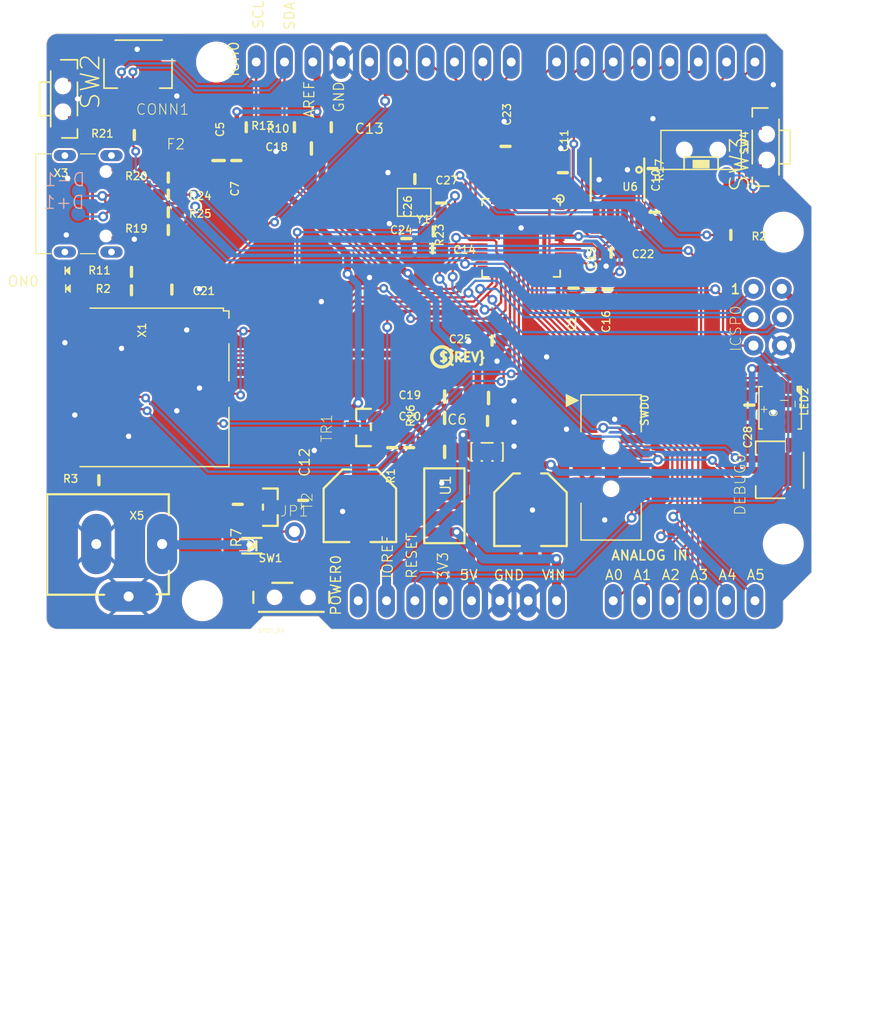
<source format=kicad_pcb>
(kicad_pcb (version 20221018) (generator pcbnew)
  (layers (0 "F.Cu" signal) (31 "B.Cu" signal) (34 "B.Paste" user) (35 "F.Paste" user) (36 "B.SilkS" user "B.Silkscreen") (37 "F.SilkS" user "F.Silkscreen") (38 "B.Mask" user) (39 "F.Mask" user) (44 "Edge.Cuts" user))
  (net 0 "")
  (net 1 "+5V")
  (net 2 "GND")
  (net 3 "VIN")
  (net 4 "SCK/SDIO_CLK")
  (net 5 "PWRIN")
  (net 6 "D-")
  (net 7 "D+")
  (net 8 "MISO/SDIO_DAT0")
  (net 9 "N$1")
  (net 10 "3.3V")
  (net 11 "PWR_SWITCH")
  (net 12 "VBUS")
  (net 13 "N$15")
  (net 14 "D13")
  (net 15 "A3")
  (net 16 "A2")
  (net 17 "A1")
  (net 18 "D11")
  (net 19 "D12")
  (net 20 "A0")
  (net 21 "SCL")
  (net 22 "SDA")
  (net 23 "D9")
  (net 24 "D8")
  (net 25 "D7")
  (net 26 "D6")
  (net 27 "D5")
  (net 28 "D4")
  (net 29 "D10")
  (net 30 "~{RESET}")
  (net 31 "NEOPIX")
  (net 32 "D3")
  (net 33 "D2")
  (net 34 "N$11")
  (net 35 "SWCLK")
  (net 36 "SWDIO")
  (net 37 "VBUS_UNFUSE")
  (net 38 "N$2")
  (net 39 "D24")
  (net 40 "QSPI_DATA[0]")
  (net 41 "QSPI_DATA[1]")
  (net 42 "QSPI_SCK")
  (net 43 "QSPI_CS")
  (net 44 "QSPI_DATA[3]")
  (net 45 "QSPI_DATA[2]")
  (net 46 "CC1")
  (net 47 "CC2")
  (net 48 "1.2V")
  (net 49 "N$9")
  (net 50 "N$10")
  (net 51 "D25")
  (net 52 "N$12")
  (net 53 "USB_D+")
  (net 54 "USB_D-")
  (net 55 "USBBOOT")
  (net 56 "SDCS/SDIO_DAT3")
  (net 57 "SDIO_DAT1")
  (net 58 "SDIO_DAT2")
  (net 59 "SD_CD")
  (net 60 "MOSI/SDIO_CMD")
  (net 61 "TXD")
  (net 62 "RXD")
  (net 63 "D0")
  (net 64 "D1")
  (footprint "working:1X01_ROUND" (layer "F.Cu") (at 136.4361 122.936)
    (fp_text reference "JP1")
    (fp_text value "")
  )
  (footprint "working:2X03_ROUND_70MIL" (layer "F.Cu") (at 178.8541 103.7336 -90)
    (fp_text reference "ICSP0")
    (fp_text value "3x2 M")
  )
  (footprint "working:0603-NO" (layer "F.Cu") (at 168.5299 90.41656 -90)
    (fp_text reference "R17")
    (fp_text value "10K")
  )
  (footprint "working:0603-NO" (layer "F.Cu") (at 125.1331 92.7481)
    (fp_text reference "R24")
    (fp_text value "22 ohm")
  )
  (footprint "working:FIDUCIAL_1MM" (layer "F.Cu") (at 175.6711 123.4416)
    (fp_text reference "FD2" hide)
    (fp_text value "FIDUCIAL_1MM" hide)
  )
  (footprint "working:FIDUCIAL_1MM" (layer "F.Cu") (at 117.1321 79.4766)
    (fp_text reference "FD1" hide)
    (fp_text value "FIDUCIAL_1MM" hide)
  )
  (footprint "working:0805-NO" (layer "F.Cu") (at 153.8351 110.9726 180)
    (fp_text reference "C3" hide)
    (fp_text value "10uF")
  )
  (footprint "working:JST_SH3" (layer "F.Cu") (at 179.4891 117.4496 90)
    (fp_text reference "DEBUG0")
    (fp_text value "JST_SH3" hide)
  )
  (footprint "working:EG1390" (layer "F.Cu") (at 172.8851 88.7476 180)
    (fp_text reference "SW4")
    (fp_text value "DPDT")
  )
  (footprint "working:0603-NO" (layer "F.Cu") (at 160.494896 90.787307 90)
    (fp_text reference "C11")
    (fp_text value "1uF")
  )
  (footprint "working:PCBFEAT-REV-040" (layer "F.Cu") (at 149.6441 107.2896)
    (fp_text reference "U$11" hide)
    (fp_text value "" hide)
  )
  (footprint "working:SOD-123" (layer "F.Cu") (at 132.6261 124.206 180)
    (fp_text reference "D1" hide)
    (fp_text value "MBR120")
  )
  (footprint "" (layer "F.Cu") (at 180.2511 124.0536)
    (fp_text reference "@HOLE1" hide)
    (fp_text value "")
  )
  (footprint "working:JST_SH4" (layer "F.Cu") (at 122.4661 81.5086 180)
    (fp_text reference "CONN1")
    (fp_text value "STEMMA_I2C_QT" hide)
  )
  (footprint "working:0603-NO" (layer "F.Cu") (at 121.8311 101.3206 180)
    (fp_text reference "R2")
    (fp_text value "5.1K")
  )
  (footprint "working:SPST_TACTILE_RA" (layer "F.Cu") (at 115.9891 84.1756 90)
    (fp_text reference "SW2")
    (fp_text value "SW_RA" hide)
  )
  (footprint "working:1X08_OVALWAVE" (layer "F.Cu") (at 151.0411 129.1336)
    (fp_text reference "POWER0")
    (fp_text value "20610" hide)
  )
  (footprint "working:0603-NO" (layer "F.Cu") (at 162.9791 101.2571 90)
    (fp_text reference "C15")
    (fp_text value "0.1uF")
  )
  (footprint "working:CHIPLED_0603_NOOUTLINE" (layer "F.Cu") (at 116.1415 101.1682 90)
    (fp_text reference "ON0")
    (fp_text value "GREEN")
  )
  (footprint "working:SOT23-DBV" (layer "F.Cu") (at 153.7081 115.7986)
    (fp_text reference "U2" hide)
    (fp_text value "AP2112K-3.3")
  )
  (footprint "" (layer "F.Cu") (at 129.4511 80.8736)
    (fp_text reference "@HOLE2" hide)
    (fp_text value "")
  )
  (footprint "working:SOT223-R" (layer "F.Cu") (at 149.8727 120.6246 -90)
    (fp_text reference "U1")
    (fp_text value "NCP1117ST50T3G")
  )
  (footprint "working:0603-NO" (layer "F.Cu") (at 146.4691 96.6851 90)
    (fp_text reference "C26")
    (fp_text value "22pF")
  )
  (footprint "working:SOT23-WIDE" (layer "F.Cu") (at 134.2771 120.7516 -90)
    (fp_text reference "T2")
    (fp_text value "DMP3098L")
  )
  (footprint "working:0603-NO" (layer "F.Cu") (at 145.1991 115.4176 -90)
    (fp_text reference "R1")
    (fp_text value "100K")
  )
  (footprint "working:DCJACK_2MM_PTH" (layer "F.Cu") (at 121.5771 126.5936)
    (fp_text reference "X5")
    (fp_text value "2.1mm")
  )
  (footprint "working:SPDT_SMT_SSSS811101" (layer "F.Cu") (at 136.1567 128.3208)
    (fp_text reference "SW1")
    (fp_text value "SPDT_RA")
  )
  (footprint "working:0603-NO" (layer "F.Cu") (at 131.3561 120.4976 -90)
    (fp_text reference "R7")
    (fp_text value "10K")
  )
  (footprint "working:R1206" (layer "F.Cu") (at 126.3015 89.3826)
    (fp_text reference "F2")
    (fp_text value "FUSE")
  )
  (footprint "working:LED3535_FULLPADS" (layer "F.Cu") (at 179.9717 111.8489 -90)
    (fp_text reference "LED2")
    (fp_text value "WS2812B_3535FULL")
  )
  (footprint "working:CRYSTAL_2.5X2" (layer "F.Cu") (at 147.1676 93.4466 180)
    (fp_text reference "Y1")
    (fp_text value "12MHz_12pF")
  )
  (footprint "working:0603-NO" (layer "F.Cu") (at 131.2291 89.7001 -90)
    (fp_text reference "C7")
    (fp_text value "0.1uF")
  )
  (footprint "working:QFN56_7MM_REDUCEDEPAD" (layer "F.Cu") (at 156.7561 96.6216 -90)
    (fp_text reference "IC2" hide)
    (fp_text value "RP2040_QFN56" hide)
  )
  (footprint "working:2X05_1.27MM_BOX_POSTS" (layer "F.Cu") (at 164.8206 117.1956 -90)
    (fp_text reference "SWD0")
    (fp_text value "2x5_0.5IN")
  )
  (footprint "working:0603-NO" (layer "F.Cu") (at 125.1331 91.2241 180)
    (fp_text reference "R20")
    (fp_text value "5.1K")
  )
  (footprint "working:0603-NO" (layer "F.Cu") (at 136.4361 86.7156 180)
    (fp_text reference "R13")
    (fp_text value "10K")
  )
  (footprint "working:PANASONIC_D" (layer "F.Cu") (at 157.5943 120.9802 90)
    (fp_text reference "PC2" hide)
    (fp_text value "47uF/25V")
  )
  (footprint "working:0603-NO" (layer "F.Cu") (at 161.4551 101.1301 -90)
    (fp_text reference "C17")
    (fp_text value "0.1uF")
  )
  (footprint "working:0603-NO" (layer "F.Cu") (at 125.1331 94.3356)
    (fp_text reference "R25")
    (fp_text value "22 ohm")
  )
  (footprint "working:0603-NO" (layer "F.Cu") (at 149.5806 93.5101 -90)
    (fp_text reference "R23")
    (fp_text value "1K")
  )
  (footprint "working:0603-NO" (layer "F.Cu") (at 148.8821 96.0501 180)
    (fp_text reference "C24")
    (fp_text value "0.1uF")
  )
  (footprint "working:0603-NO" (layer "F.Cu") (at 139.7381 86.7156)
    (fp_text reference "C13")
    (fp_text value "0.1uF")
  )
  (footprint "working:0603-NO" (layer "F.Cu") (at 122.0851 87.4141 180)
    (fp_text reference "R21")
    (fp_text value "10K")
  )
  (footprint "working:0603-NO" (layer "F.Cu") (at 118.9101 118.3386 180)
    (fp_text reference "R3")
    (fp_text value "10K")
  )
  (footprint "working:METRO_RP2040_TOP" (layer "F.Cu") (at 114.2111 131.6736)
    (fp_text reference "U$29" hide)
    (fp_text value "" hide)
  )
  (footprint "working:CHIPLED_0603_NOOUTLINE" (layer "F.Cu") (at 116.0907 99.568 90)
    (fp_text reference "L0" hide)
    (fp_text value "RED")
  )
  (footprint "" (layer "F.Cu") (at 180.2511 96.1136)
    (fp_text reference "@HOLE0" hide)
    (fp_text value "")
  )
  (footprint "working:0603-NO" (layer "F.Cu") (at 175.5521 96.3676)
    (fp_text reference "R26")
    (fp_text value "1K")
  )
  (footprint "working:0603-NO" (layer "F.Cu") (at 153.7453 113.029035 180)
    (fp_text reference "C6")
    (fp_text value "0.1uF")
  )
  (footprint "working:FIDUCIAL_1MM" (layer "F.Cu") (at 121.4717 123.209)
    (fp_text reference "FD3" hide)
    (fp_text value "FIDUCIAL_1MM" hide)
  )
  (footprint "working:0805-NO" (layer "F.Cu") (at 149.8981 112.7506 180)
    (fp_text reference "C20")
    (fp_text value "10uF")
  )
  (footprint "working:1X06_OVALWAVE" (layer "F.Cu") (at 171.3611 129.1336)
    (fp_text reference "AD0" hide)
    (fp_text value "20609" hide)
  )
  (footprint "working:0805-NO" (layer "F.Cu") (at 137.9601 88.6206 180)
    (fp_text reference "C18")
    (fp_text value "10uF")
  )
  (footprint "working:SOIC8_208MIL" (layer "F.Cu") (at 165.3921 91.4146 180)
    (fp_text reference "U6")
    (fp_text value "W25Q128")
  )
  (footprint "working:MICROSD" (layer "F.Cu") (at 122.9741 110.2106 -90)
    (fp_text reference "X1")
    (fp_text value "MICROSD")
  )
  (footprint "working:0603-NO" (layer "F.Cu") (at 146.7231 115.4176 90)
    (fp_text reference "R16")
    (fp_text value "100K")
  )
  (footprint "working:0805-NO" (layer "F.Cu") (at 149.8981 115.7986)
    (fp_text reference "C2" hide)
    (fp_text value "10uF")
  )
  (footprint "working:0805-NO" (layer "F.Cu") (at 149.8981 110.8456 180)
    (fp_text reference "C19")
    (fp_text value "10uF")
  )
  (footprint "working:1X08_OVALWAVE" (layer "F.Cu") (at 168.8211 80.8736)
    (fp_text reference "IOL0" hide)
    (fp_text value "20610" hide)
  )
  (footprint "working:0603-NO" (layer "F.Cu") (at 164.5031 101.2571 -90)
    (fp_text reference "C16")
    (fp_text value "1uF")
  )
  (footprint "working:0603-NO" (layer "F.Cu") (at 125.1331 95.9231 180)
    (fp_text reference "R19")
    (fp_text value "5.1K")
  )
  (footprint "working:0603-NO" (layer "F.Cu") (at 137.2235 120.142 90)
    (fp_text reference "C12")
    (fp_text value "0.1uF")
  )
  (footprint "working:PANASONIC_D" (layer "F.Cu") (at 142.3035 120.6246 90)
    (fp_text reference "PC1" hide)
    (fp_text value "47uF/25V")
  )
  (footprint "working:0603-NO" (layer "F.Cu") (at 154.1526 105.8291 180)
    (fp_text reference "C25")
    (fp_text value "0.1uF")
  )
  (footprint "working:0603-NO" (layer "F.Cu") (at 147.2311 91.3511)
    (fp_text reference "C27")
    (fp_text value "22pF")
  )
  (footprint "working:USB_C_CUSB31-CFM2AX-01-X" (layer "F.Cu") (at 118.3386 93.5736 -90)
    (fp_text reference "X3")
    (fp_text value "USB Type C")
  )
  (footprint "working:0603-NO" (layer "F.Cu") (at 155.3591 88.4301 90)
    (fp_text reference "C23")
    (fp_text value "0.1uF")
  )
  (footprint "working:0603-NO" (layer "F.Cu") (at 121.8311 99.6696 180)
    (fp_text reference "R11")
    (fp_text value "5.1K")
  )
  (footprint "working:0603-NO" (layer "F.Cu") (at 125.4506 101.2571)
    (fp_text reference "C21")
    (fp_text value "0.1uF")
  )
  (footprint "working:0603-NO" (layer "F.Cu") (at 164.8206 97.9551)
    (fp_text reference "C22")
    (fp_text value "0.1uF")
  )
  (footprint "working:0603-NO" (layer "F.Cu") (at 148.8186 97.5741)
    (fp_text reference "C14")
    (fp_text value "0.1uF")
  )
  (footprint "working:SPST_TACTILE_RA" (layer "F.Cu") (at 178.4731 88.4936 -90)
    (fp_text reference "SW3")
    (fp_text value "SW_RA" hide)
  )
  (footprint "" (layer "F.Cu") (at 128.1811 129.1336)
    (fp_text reference "@HOLE3" hide)
    (fp_text value "")
  )
  (footprint "working:0603-NO" (layer "F.Cu") (at 132.1181 86.7156)
    (fp_text reference "R10")
    (fp_text value "10K")
  )
  (footprint "working:0805-NO" (layer "F.Cu") (at 129.6416 89.7001 90)
    (fp_text reference "C5")
    (fp_text value "10uF")
  )
  (footprint "working:0603-NO" (layer "F.Cu") (at 177.2031 111.6076 -90)
    (fp_text reference "C28")
    (fp_text value "1uF")
  )
  (footprint "working:0603-NO" (layer "F.Cu") (at 168.7068 94.3356 90)
    (fp_text reference "C10")
    (fp_text value "0.1uF")
  )
  (footprint "working:SOT23-WIDE" (layer "F.Cu") (at 142.6337 113.6142 90)
    (fp_text reference "TR1")
    (fp_text value "DMP3098L" hide)
  )
  (footprint "working:1X10_OVALWAVE" (layer "F.Cu") (at 144.4371 80.8736)
    (fp_text reference "IOH0")
    (fp_text value "20611" hide)
  )
  (footprint "working:METRO_RP2040_BOT" (layer "B.Cu") (at 182.7911 131.6736 180)
    (fp_text reference "U$15" hide)
    (fp_text value "" hide)
  )
  (footprint "working:B1,27" (layer "B.Cu") (at 117.0686 94.4626 180)
    (fp_text reference "D+1")
    (fp_text value "TPB1,27")
  )
  (footprint "working:B1,27" (layer "B.Cu") (at 117.1321 92.4306 180)
    (fp_text reference "D-1")
    (fp_text value "TPB1,27")
  )
  (footprint "working:TESTPOINT_ROUND_1.5MM_NO" (layer "B.Cu") (at 175.1711 91.0336 180)
    (fp_text reference "TP1" hide)
    (fp_text value "" hide)
  )
  (gr_line (start 180.2511 79.8576) (end 180.2511 91.2876) (stroke (width 0.05)) (layer "Edge.Cuts"))
  (gr_line (start 182.7911 93.8276) (end 182.7911 126.5936) (stroke (width 0.05)) (layer "Edge.Cuts"))
  (gr_arc (start 115.2111 131.6736) (mid 114.503993 131.380707) (end 114.2111 130.6736) (stroke (width 0.05)) (layer "Edge.Cuts"))
  (gr_line (start 114.2111 130.6736) (end 114.2111 79.3336) (stroke (width 0.05)) (layer "Edge.Cuts"))
  (gr_line (start 179.2511 131.6736) (end 139.7381 131.6736) (stroke (width 0.05)) (layer "Edge.Cuts"))
  (gr_line (start 133.6421 130.5306) (end 132.4991 131.6736) (stroke (width 0.05)) (layer "Edge.Cuts"))
  (gr_line (start 182.7911 126.5936) (end 180.2511 129.1336) (stroke (width 0.05)) (layer "Edge.Cuts"))
  (gr_line (start 180.2511 91.2876) (end 182.7911 93.8276) (stroke (width 0.05)) (layer "Edge.Cuts"))
  (gr_line (start 180.2511 129.1336) (end 180.2511 130.6736) (stroke (width 0.05)) (layer "Edge.Cuts"))
  (gr_line (start 115.2111 78.3336) (end 178.7271 78.3336) (stroke (width 0.05)) (layer "Edge.Cuts"))
  (gr_arc (start 180.2511 130.6736) (mid 179.958207 131.380707) (end 179.2511 131.6736) (stroke (width 0.05)) (layer "Edge.Cuts"))
  (gr_line (start 138.5951 130.5306) (end 133.6421 130.5306) (stroke (width 0.05)) (layer "Edge.Cuts"))
  (gr_line (start 139.7381 131.6736) (end 138.5951 130.5306) (stroke (width 0.05)) (layer "Edge.Cuts"))
  (gr_line (start 132.4991 131.6736) (end 115.2111 131.6736) (stroke (width 0.05)) (layer "Edge.Cuts"))
  (gr_arc (start 114.2111 79.3336) (mid 114.503993 78.626493) (end 115.2111 78.3336) (stroke (width 0.05)) (layer "Edge.Cuts"))
  (gr_line (start 178.7271 78.3336) (end 180.2511 79.8576) (stroke (width 0.05)) (layer "Edge.Cuts"))
  (gr_text "IOREF" (at 145.3261 127.2286 90) (layer "F.SilkS") (effects (font (size 0.9144 0.9144) (thickness 0.1016)) (justify left bottom)))
  (gr_text "A4" (at 174.3597 127.3434) (layer "F.SilkS") (effects (font (size 0.89408 0.89408) (thickness 0.12192)) (justify left bottom)))
  (gr_text "1" (at 175.4575 101.7292) (layer "F.SilkS") (effects (font (size 0.8636 0.8636) (thickness 0.1524)) (justify left bottom)))
  (gr_text "AREF" (at 137.2279 82.5114 90) (layer "F.SilkS") (effects (font (size 0.9144 0.9144) (thickness 0.1016)) (justify right top)))
  (gr_text "GND" (at 139.8841 82.5368 90) (layer "F.SilkS") (effects (font (size 0.9144 0.9144) (thickness 0.1016)) (justify right top)))
  (gr_text "ANALOG IN" (at 164.7571 125.5776) (layer "F.SilkS") (effects (font (size 0.8636 0.8636) (thickness 0.1524)) (justify left bottom)))
  (gr_text "5V" (at 151.1681 127.3556) (layer "F.SilkS") (effects (font (size 0.89408 0.89408) (thickness 0.12192)) (justify left bottom)))
  (gr_text "" (at 131.7371 166.8526) (layer "F.SilkS") (effects (font (size 0.89408 0.89408) (thickness 0.12192))))
  (gr_text "VIN" (at 158.5341 127.3556) (layer "F.SilkS") (effects (font (size 0.89408 0.89408) (thickness 0.12192)) (justify left bottom)))
  (gr_text "SDA" (at 136.5333 78.0928 90) (layer "F.SilkS") (effects (font (size 0.9144 0.9144) (thickness 0.1016)) (justify left bottom)))
  (gr_text "A2" (at 169.2797 127.3434) (layer "F.SilkS") (effects (font (size 0.89408 0.89408) (thickness 0.12192)) (justify left bottom)))
  (gr_text "SCL" (at 133.7393 77.9658 90) (layer "F.SilkS") (effects (font (size 0.9144 0.9144) (thickness 0.1016)) (justify left bottom)))
  (gr_text "GND" (at 154.2245 127.3688) (layer "F.SilkS") (effects (font (size 0.89408 0.89408) (thickness 0.12192)) (justify left bottom)))
  (gr_text "RESET" (at 147.4851 127.2286 90) (layer "F.SilkS") (effects (font (size 0.9144 0.9144) (thickness 0.1016)) (justify left bottom)))
  (gr_text "A5" (at 176.8997 127.3434) (layer "F.SilkS") (effects (font (size 0.89408 0.89408) (thickness 0.12192)) (justify left bottom)))
  (gr_text "3V3" (at 150.2791 127.3556 90) (layer "F.SilkS") (effects (font (size 0.9144 0.9144) (thickness 0.1016)) (justify left bottom)))
  (gr_text "A3" (at 171.8197 127.3434) (layer "F.SilkS") (effects (font (size 0.89408 0.89408) (thickness 0.12192)) (justify left bottom)))
  (gr_text "A0" (at 164.1997 127.3434) (layer "F.SilkS") (effects (font (size 0.89408 0.89408) (thickness 0.12192)) (justify left bottom)))
  (gr_text "A1" (at 166.7397 127.3434) (layer "F.SilkS") (effects (font (size 0.89408 0.89408) (thickness 0.12192)) (justify left bottom)))
  (segment (start 154.6581 117.0986) (end 156.3667 117.0986) (width 0.6096) (layer "F.Cu") (net 1))
  (segment (start 181.8386 108.3691) (end 181.8386 102.9081) (width 0.6096) (layer "F.Cu") (net 1))
  (segment (start 148.29 114.4016) (end 146.5526 112.6642) (width 0.6096) (layer "F.Cu") (net 1))
  (segment (start 143.6337 112.6642) (end 146.5526 112.6642) (width 0.6096) (layer "F.Cu") (net 1))
  (segment (start 152.1481 117.0986) (end 150.84935 115.79985) (width 0.6096) (layer "F.Cu") (net 1))
  (segment (start 157.5943 118.3262) (end 158.9789 116.9416) (width 0.6096) (layer "F.Cu") (net 1))
  (segment (start 150.84935 115.22585) (end 150.84935 115.79985) (width 0.6096) (layer "F.Cu") (net 1))
  (segment (start 177.4571 108.3691) (end 181.8386 108.3691) (width 0.6096) (layer "F.Cu") (net 1))
  (segment (start 150.84935 115.79985) (end 150.8481 115.7986) (width 0.6096) (layer "F.Cu") (net 1))
  (segment (start 152.7581 117.0986) (end 152.1481 117.0986) (width 0.6096) (layer "F.Cu") (net 1))
  (segment (start 152.7581 120.46) (end 152.7581 119.6086) (width 0.6096) (layer "F.Cu") (net 1))
  (segment (start 150.0251 114.4016) (end 150.84935 115.22585) (width 0.6096) (layer "F.Cu") (net 1))
  (segment (start 154.6581 119.1666) (end 154.2161 119.6086) (width 0.6096) (layer "F.Cu") (net 1))
  (segment (start 154.6581 117.0986) (end 154.6581 119.1666) (width 0.6096) (layer "F.Cu") (net 1))
  (segment (start 152.5935 120.6246) (end 152.7581 120.46) (width 0.6096) (layer "F.Cu") (net 1))
  (segment (start 148.29 114.4016) (end 150.0251 114.4016) (width 0.6096) (layer "F.Cu") (net 1))
  (segment (start 146.8227 120.6246) (end 152.5935 120.6246) (width 0.6096) (layer "F.Cu") (net 1))
  (segment (start 181.8386 102.9081) (end 180.1241 101.1936) (width 0.6096) (layer "F.Cu") (net 1))
  (segment (start 154.2161 119.6086) (end 152.7581 119.6086) (width 0.6096) (layer "F.Cu") (net 1))
  (segment (start 156.3667 117.0986) (end 157.5943 118.3262) (width 0.6096) (layer "F.Cu") (net 1))
  (segment (start 152.7581 119.6086) (end 152.7581 117.0986) (width 0.6096) (layer "F.Cu") (net 1))
  (segment (start 158.9789 116.9416) (end 159.4231 116.9416) (width 0.6096) (layer "F.Cu") (net 1))
  (segment (start 152.3111 129.1336) (end 152.3111 120.907) (width 0.6096) (layer "F.Cu") (net 1))
  (segment (start 152.3111 120.907) (end 152.5935 120.6246) (width 0.6096) (layer "F.Cu") (net 1))
  (segment (start 152.9227 120.6246) (end 152.7581 120.46) (width 0.6096) (layer "F.Cu") (net 1))
  (via (at 159.4231 116.9416) (size 0.889) (drill 0.4826) (layers "F.Cu" "B.Cu") (net 1))
  (via (at 177.4571 108.3691) (size 0.889) (drill 0.4826) (layers "F.Cu" "B.Cu") (net 1))
  (segment (start 177.4571 117.2591) (end 177.4571 108.3691) (width 0.6096) (layer "B.Cu") (net 1))
  (segment (start 177.4571 117.2591) (end 177.0761 117.6401) (width 0.6096) (layer "B.Cu") (net 1))
  (segment (start 160.1216 117.6401) (end 177.0761 117.6401) (width 0.6096) (layer "B.Cu") (net 1))
  (segment (start 159.4231 116.9416) (end 160.1216 117.6401) (width 0.6096) (layer "B.Cu") (net 1))
  (segment (start 154.7851 110.9726) (end 153.9621 110.1496) (width 0.2032) (layer "F.Cu") (net 2))
  (segment (start 155.7561 95.6216) (end 156.7561 96.6216) (width 0.2032) (layer "F.Cu") (net 2))
  (segment (start 153.3061 95.6216) (end 155.7561 95.6216) (width 0.2032) (layer "F.Cu") (net 2))
  (segment (start 153.9621 110.1496) (end 153.9621 108.3056) (width 0.2032) (layer "F.Cu") (net 2))
  (segment (start 153.9621 108.3056) (end 154.5971 107.6706) (width 0.2032) (layer "F.Cu") (net 2))
  (via (at 126.7841 104.8766) (size 0.889) (drill 0.4826) (layers "F.Cu" "B.Cu") (net 2))
  (via (at 164.3761 99.1616) (size 0.889) (drill 0.4826) (layers "F.Cu" "B.Cu") (net 2))
  (via (at 125.8951 112.1156) (size 0.889) (drill 0.4826) (layers "F.Cu" "B.Cu") (net 2))
  (via (at 156.1211 113.1316) (size 0.889) (drill 0.4826) (layers "F.Cu" "B.Cu") (net 2))
  (via (at 179.3621 82.9056) (size 0.889) (drill 0.4826) (layers "F.Cu" "B.Cu") (net 2))
  (via (at 138.8491 102.3366) (size 0.889) (drill 0.4826) (layers "F.Cu" "B.Cu") (net 2))
  (via (at 144.8181 90.7796) (size 0.889) (drill 0.4826) (layers "F.Cu" "B.Cu") (net 2))
  (via (at 116.7511 112.4966) (size 0.889) (drill 0.4826) (layers "F.Cu" "B.Cu") (net 2))
  (via (at 160.3121 88.6206) (size 0.889) (drill 0.4826) (layers "F.Cu" "B.Cu") (net 2))
  (via (at 134.7851 88.8746) (size 0.889) (drill 0.4826) (layers "F.Cu" "B.Cu") (net 2))
  (via (at 144.9451 95.3516) (size 0.889) (drill 0.4826) (layers "F.Cu" "B.Cu") (net 2))
  (via (at 156.1211 115.2906) (size 0.889) (drill 0.4826) (layers "F.Cu" "B.Cu") (net 2))
  (via (at 159.0421 107.2896) (size 0.889) (drill 0.4826) (layers "F.Cu" "B.Cu") (net 2))
  (via (at 127.9271 101.1936) (size 0.889) (drill 0.4826) (layers "F.Cu" "B.Cu") (net 2))
  (via (at 121.5771 114.4016) (size 0.889) (drill 0.4826) (layers "F.Cu" "B.Cu") (net 2))
  (via (at 155.2321 86.2076) (size 0.889) (drill 0.4826) (layers "F.Cu" "B.Cu") (net 2))
  (via (at 122.0851 96.7486) (size 0.889) (drill 0.4826) (layers "F.Cu" "B.Cu") (net 2))
  (via (at 122.3391 79.7306) (size 0.889) (drill 0.4826) (layers "F.Cu" "B.Cu") (net 2))
  (via (at 143.1671 100.1776) (size 0.889) (drill 0.4826) (layers "F.Cu" "B.Cu") (net 2))
  (via (at 157.7721 121.0056) (size 0.889) (drill 0.4826) (layers "F.Cu" "B.Cu") (net 2))
  (via (at 120.9421 106.5276) (size 0.889) (drill 0.4826) (layers "F.Cu" "B.Cu") (net 2))
  (via (at 115.9891 96.3676) (size 0.889) (drill 0.4826) (layers "F.Cu" "B.Cu") (net 2))
  (via (at 138.2141 115.6716) (size 0.889) (drill 0.4826) (layers "F.Cu" "B.Cu") (net 2))
  (via (at 179.3621 112.2426) (size 0.889) (drill 0.4826) (layers "F.Cu" "B.Cu") (net 2))
  (via (at 140.7541 121.1326) (size 0.889) (drill 0.4826) (layers "F.Cu" "B.Cu") (net 2))
  (via (at 165.1381 112.8776) (size 0.889) (drill 0.4826) (layers "F.Cu" "B.Cu") (net 2))
  (via (at 127.9271 110.0836) (size 0.889) (drill 0.4826) (layers "F.Cu" "B.Cu") (net 2))
  (via (at 160.8201 113.7666) (size 0.889) (drill 0.4826) (layers "F.Cu" "B.Cu") (net 2))
  (via (at 125.8951 83.9216) (size 0.889) (drill 0.4826) (layers "F.Cu" "B.Cu") (net 2))
  (via (at 154.5971 107.6706) (size 0.889) (drill 0.4826) (layers "F.Cu" "B.Cu") (net 2))
  (via (at 168.5671 85.9536) (size 0.889) (drill 0.4826) (layers "F.Cu" "B.Cu") (net 2))
  (via (at 116.1161 91.2876) (size 0.889) (drill 0.4826) (layers "F.Cu" "B.Cu") (net 2))
  (via (at 156.1211 111.2266) (size 0.889) (drill 0.4826) (layers "F.Cu" "B.Cu") (net 2))
  (via (at 117.0051 84.1756) (size 0.889) (drill 0.4826) (layers "F.Cu" "B.Cu") (net 2))
  (via (at 156.7561 95.7326) (size 0.889) (drill 0.4826) (layers "F.Cu" "B.Cu") (net 2))
  (via (at 149.6441 118.5926) (size 0.889) (drill 0.4826) (layers "F.Cu" "B.Cu") (net 2))
  (via (at 166.2811 90.5256) (size 0.889) (drill 0.4826) (layers "F.Cu" "B.Cu") (net 2))
  (via (at 115.8621 106.0196) (size 0.889) (drill 0.4826) (layers "F.Cu" "B.Cu") (net 2))
  (via (at 152.0571 105.8926) (size 0.889) (drill 0.4826) (layers "F.Cu" "B.Cu") (net 2))
  (via (at 163.7411 91.4146) (size 0.889) (drill 0.4826) (layers "F.Cu" "B.Cu") (net 2))
  (via (at 164.2491 121.8946) (size 0.889) (drill 0.4826) (layers "F.Cu" "B.Cu") (net 2))
  (segment (start 142.3035 118.999) (end 142.3035 118.2116) (width 0.6096) (layer "F.Cu") (net 3))
  (segment (start 141.1469 118.2116) (end 142.3035 118.2116) (width 0.6096) (layer "F.Cu") (net 3))
  (segment (start 143.4961 117.9706) (end 142.3035 117.9706) (width 0.6096) (layer "F.Cu") (net 3))
  (segment (start 146.2291 122.9246) (end 142.3035 118.999) (width 0.6096) (layer "F.Cu") (net 3))
  (segment (start 135.2813 120.992) (end 137.2235 120.992) (width 0.6096) (layer "F.Cu") (net 3))
  (segment (start 135.2771 120.7516) (end 135.2813 120.992) (width 0.6096) (layer "F.Cu") (net 3))
  (segment (start 146.8227 122.9246) (end 146.2291 122.9246) (width 0.6096) (layer "F.Cu") (net 3))
  (segment (start 150.9776 122.9741) (end 146.8722 122.9741) (width 0.8128) (layer "F.Cu") (net 3))
  (segment (start 145.1991 116.2676) (end 143.4961 117.9706) (width 0.6096) (layer "F.Cu") (net 3))
  (segment (start 159.9311 129.1336) (end 159.9311 125.3871) (width 0.8128) (layer "F.Cu") (net 3))
  (segment (start 141.1469 118.2116) (end 138.3665 120.992) (width 0.6096) (layer "F.Cu") (net 3))
  (segment (start 137.2235 120.992) (end 138.3665 120.992) (width 0.6096) (layer "F.Cu") (net 3))
  (segment (start 142.3035 118.2116) (end 142.3035 117.9706) (width 0.6096) (layer "F.Cu") (net 3))
  (segment (start 146.8722 122.9741) (end 146.8227 122.9246) (width 0.8128) (layer "F.Cu") (net 3))
  (via (at 159.9311 125.3871) (size 0.889) (drill 0.4826) (layers "F.Cu" "B.Cu") (net 3))
  (via (at 150.9776 122.9741) (size 0.889) (drill 0.4826) (layers "F.Cu" "B.Cu") (net 3))
  (segment (start 153.3906 125.3871) (end 150.9776 122.9741) (width 0.8128) (layer "B.Cu") (net 3))
  (segment (start 159.9311 125.3871) (end 153.3906 125.3871) (width 0.8128) (layer "B.Cu") (net 3))
  (segment (start 153.076975 101.387975) (end 153.076975 101.197475) (width 0.2032) (layer "F.Cu") (net 4))
  (segment (start 142.2781 102.3366) (end 152.5016 102.3366) (width 0.2032) (layer "F.Cu") (net 4))
  (segment (start 153.2636 101.5746) (end 152.5016 102.3366) (width 0.2032) (layer "F.Cu") (net 4))
  (segment (start 154.1561 100.6821) (end 153.2636 101.5746) (width 0.2032) (layer "F.Cu") (net 4))
  (segment (start 137.0431 107.5716) (end 142.2781 102.3366) (width 0.2032) (layer "F.Cu") (net 4))
  (segment (start 154.1561 100.0716) (end 154.1561 100.6821) (width 0.2032) (layer "F.Cu") (net 4))
  (segment (start 119.8271 107.5716) (end 137.0431 107.5716) (width 0.2032) (layer "F.Cu") (net 4))
  (segment (start 153.2636 101.5746) (end 153.076975 101.387975) (width 0.2032) (layer "F.Cu") (net 4))
  (via (at 153.076975 101.197475) (size 0.889) (drill 0.4826) (layers "F.Cu" "B.Cu") (net 4))
  (segment (start 154.537475 101.197475) (end 157.0736 103.7336) (width 0.2032) (layer "B.Cu") (net 4))
  (segment (start 157.0736 103.7336) (end 177.5841 103.7336) (width 0.2032) (layer "B.Cu") (net 4))
  (segment (start 153.076975 101.197475) (end 154.537475 101.197475) (width 0.2032) (layer "B.Cu") (net 4))
  (segment (start 132.2832 124.206) (end 130.7761 124.206) (width 0.8128) (layer "F.Cu") (net 5))
  (segment (start 132.3721 124.1171) (end 132.2832 124.206) (width 0.8128) (layer "F.Cu") (net 5))
  (via (at 132.3721 124.1171) (size 0.889) (drill 0.4826) (layers "F.Cu" "B.Cu") (net 5))
  (segment (start 125.033912 124.1171) (end 124.5771 124.0536) (width 0.8128) (layer "B.Cu") (net 5))
  (segment (start 132.3721 124.1171) (end 125.033912 124.1171) (width 0.8128) (layer "B.Cu") (net 5))
  (segment (start 162.9664 99.1616) (end 162.863775 99.264225) (width 0.2032) (layer "F.Cu") (net 6))
  (segment (start 125.99 92.755) (end 125.9831 92.7481) (width 0.2032) (layer "F.Cu") (net 6))
  (segment (start 127.4191 92.755) (end 125.99 92.755) (width 0.2032) (layer "F.Cu") (net 6))
  (segment (start 160.2061 98.0216) (end 161.62115 98.0216) (width 0.2032) (layer "F.Cu") (net 6))
  (segment (start 161.62115 98.0216) (end 162.863775 99.264225) (width 0.2032) (layer "F.Cu") (net 6))
  (via (at 127.4191 92.755) (size 0.889) (drill 0.4826) (layers "F.Cu" "B.Cu") (net 6))
  (via (at 162.9664 99.1616) (size 0.889) (drill 0.4826) (layers "F.Cu" "B.Cu") (net 6))
  (segment (start 163.6395 98.4885) (end 163.6395 97.897313) (width 0.2032) (layer "B.Cu") (net 6))
  (segment (start 163.08845 97.346263) (end 132.391362 97.346263) (width 0.2032) (layer "B.Cu") (net 6))
  (segment (start 127.8001 92.755) (end 127.4191 92.755) (width 0.2032) (layer "B.Cu") (net 6))
  (segment (start 163.6395 97.897313) (end 163.08845 97.346263) (width 0.2032) (layer "B.Cu") (net 6))
  (segment (start 132.391362 97.346263) (end 127.8001 92.755) (width 0.2032) (layer "B.Cu") (net 6))
  (segment (start 162.9664 99.1616) (end 163.6395 98.4885) (width 0.2032) (layer "B.Cu") (net 6))
  (segment (start 162.013968 97.6216) (end 162.174368 97.782) (width 0.2032) (layer "F.Cu") (net 7))
  (segment (start 160.2061 97.6216) (end 162.013968 97.6216) (width 0.2032) (layer "F.Cu") (net 7))
  (segment (start 162.174368 97.782) (end 162.500437 97.782) (width 0.2032) (layer "F.Cu") (net 7))
  (segment (start 127.5461 93.8218) (end 127.2032 94.1647) (width 0.2032) (layer "F.Cu") (net 7))
  (segment (start 127.010468 94.3356) (end 125.9831 94.3356) (width 0.2032) (layer "F.Cu") (net 7))
  (segment (start 127.181368 94.1647) (end 127.010468 94.3356) (width 0.2032) (layer "F.Cu") (net 7))
  (segment (start 127.2032 94.1647) (end 127.181368 94.1647) (width 0.2032) (layer "F.Cu") (net 7))
  (segment (start 162.500437 97.782) (end 162.7886 98.070163) (width 0.2032) (layer "F.Cu") (net 7))
  (via (at 162.7886 98.070163) (size 0.889) (drill 0.4826) (layers "F.Cu" "B.Cu") (net 7))
  (via (at 127.5461 93.8218) (size 0.889) (drill 0.4826) (layers "F.Cu" "B.Cu") (net 7))
  (segment (start 162.7886 98.070163) (end 162.4711 97.752663) (width 0.2032) (layer "B.Cu") (net 7))
  (segment (start 127.5461 93.8218) (end 127.5461 93.8911) (width 0.2032) (layer "B.Cu") (net 7))
  (segment (start 131.407662 97.752663) (end 127.5461 93.8911) (width 0.2032) (layer "B.Cu") (net 7))
  (segment (start 162.4711 97.752663) (end 131.407662 97.752663) (width 0.2032) (layer "B.Cu") (net 7))
  (segment (start 122.8471 107.1626) (end 136.913281 107.1626) (width 0.2032) (layer "F.Cu") (net 8))
  (segment (start 154.9561 102.41435) (end 154.9561 100.0716) (width 0.2032) (layer "F.Cu") (net 8))
  (segment (start 152.02675 101.5492) (end 151.62035 101.9556) (width 0.2032) (layer "F.Cu") (net 8))
  (segment (start 154.9561 102.41435) (end 154.307475 103.062975) (width 0.2032) (layer "F.Cu") (net 8))
  (segment (start 153.481975 103.062975) (end 154.307475 103.062975) (width 0.2032) (layer "F.Cu") (net 8))
  (segment (start 121.0561 105.3716) (end 122.8471 107.1626) (width 0.2032) (layer "F.Cu") (net 8))
  (segment (start 136.913281 107.1626) (end 142.120281 101.9556) (width 0.2032) (layer "F.Cu") (net 8))
  (segment (start 151.62035 101.9556) (end 142.120281 101.9556) (width 0.2032) (layer "F.Cu") (net 8))
  (segment (start 119.8271 105.3716) (end 121.0561 105.3716) (width 0.2032) (layer "F.Cu") (net 8))
  (via (at 152.02675 101.5492) (size 0.889) (drill 0.4826) (layers "F.Cu" "B.Cu") (net 8))
  (via (at 153.481975 103.062975) (size 0.889) (drill 0.4826) (layers "F.Cu" "B.Cu") (net 8))
  (segment (start 152.02675 101.5492) (end 152.02675 101.09695) (width 0.2032) (layer "B.Cu") (net 8))
  (segment (start 152.02675 101.5492) (end 152.02675 101.549204) (width 0.2032) (layer "B.Cu") (net 8))
  (segment (start 153.481975 102.872475) (end 152.158703 101.549207) (width 0.2032) (layer "B.Cu") (net 8))
  (segment (start 152.650125 100.473579) (end 154.575578 100.473582) (width 0.2032) (layer "B.Cu") (net 8))
  (segment (start 175.4251 103.3526) (end 177.5841 101.1936) (width 0.2032) (layer "B.Cu") (net 8))
  (segment (start 153.481975 103.062975) (end 153.481975 102.872475) (width 0.2032) (layer "B.Cu") (net 8))
  (segment (start 154.575578 100.473582) (end 157.4546 103.3526) (width 0.2032) (layer "B.Cu") (net 8))
  (segment (start 157.4546 103.3526) (end 175.4251 103.3526) (width 0.2032) (layer "B.Cu") (net 8))
  (segment (start 152.02675 101.549204) (end 152.158703 101.549207) (width 0.2032) (layer "B.Cu") (net 8))
  (segment (start 152.02675 101.09695) (end 152.650125 100.473579) (width 0.2032) (layer "B.Cu") (net 8))
  (segment (start 120.8795 99.568) (end 116.8407 99.568) (width 0.2032) (layer "F.Cu") (net 9))
  (segment (start 120.9811 99.6696) (end 120.8795 99.568) (width 0.2032) (layer "F.Cu") (net 9))
  (segment (start 154.5336 97.0026) (end 154.5336 97.900507) (width 0.2032) (layer "F.Cu") (net 10))
  (segment (start 140.1191 107.0356) (end 138.4681 108.6866) (width 0.6096) (layer "F.Cu") (net 10))
  (segment (start 150.2401 95.5421) (end 149.7321 96.0501) (width 0.2032) (layer "F.Cu") (net 10))
  (segment (start 152.7581 114.4986) (end 152.7581 113.801235) (width 0.6096) (layer "F.Cu") (net 10))
  (segment (start 153.0071 107.0356) (end 151.4221 107.0356) (width 0.6096) (layer "F.Cu") (net 10))
  (segment (start 160.2061 98.8216) (end 159.4006 98.8216) (width 0.2032) (layer "F.Cu") (net 10))
  (segment (start 154.8502 106.7435) (end 154.213081 106.7435) (width 0.6096) (layer "F.Cu") (net 10))
  (segment (start 167.2971 94.7296) (end 167.2971 92.0496) (width 0.2032) (layer "F.Cu") (net 10))
  (segment (start 168.08014 91.26656) (end 168.5299 91.26656) (width 0.2032) (layer "F.Cu") (net 10))
  (segment (start 153.0731 107.1016) (end 153.0071 107.0356) (width 0.6096) (layer "F.Cu") (net 10))
  (segment (start 138.8881 86.5006) (end 138.8881 86.7156) (width 0.254) (layer "F.Cu") (net 10))
  (segment (start 153.0731 107.1016) (end 152.8851 107.2896) (width 0.6096) (layer "F.Cu") (net 10))
  (segment (start 138.4681 85.3186) (end 138.4681 86.0806) (width 0.6096) (layer "F.Cu") (net 10))
  (segment (start 150.8481 112.7506) (end 150.9751 112.6236) (width 0.8128) (layer "F.Cu") (net 10))
  (segment (start 159.3561 93.1716) (end 160.494896 92.032804) (width 0.2032) (layer "F.Cu") (net 10))
  (segment (start 162.6706 114.6556) (end 159.5501 114.6556) (width 0.3048) (layer "F.Cu") (net 10))
  (segment (start 177.2031 110.7576) (end 177.7158 110.2449) (width 0.4064) (layer "F.Cu") (net 10))
  (segment (start 138.4681 81.2546) (end 138.4681 85.3186) (width 0.6096) (layer "F.Cu") (net 10))
  (segment (start 167.2971 94.7296) (end 167.7531 95.1856) (width 0.2032) (layer "F.Cu") (net 10))
  (segment (start 149.7711 126.7206) (end 149.7711 129.1336) (width 0.8128) (layer "F.Cu") (net 10))
  (segment (start 155.715193 99.0821) (end 155.7561 99.0821) (width 0.2032) (layer "F.Cu") (net 10))
  (segment (start 160.2061 99.2216) (end 160.2061 99.983644) (width 0.2032) (layer "F.Cu") (net 10))
  (segment (start 153.3061 96.8216) (end 154.3526 96.8216) (width 0.2032) (layer "F.Cu") (net 10))
  (segment (start 160.2061 98.8216) (end 160.2061 99.2216) (width 0.2032) (layer "F.Cu") (net 10))
  (segment (start 160.0581 102.2096) (end 160.0581 100.1776) (width 0.4064) (layer "F.Cu") (net 10))
  (segment (start 163.9706 97.9551) (end 163.9706 97.5351) (width 0.2032) (layer "F.Cu") (net 10))
  (segment (start 152.8851 110.9726) (end 152.8851 112.6236) (width 0.6096) (layer "F.Cu") (net 10))
  (segment (start 150.8751 95.5421) (end 150.2401 95.5421) (width 0.2032) (layer "F.Cu") (net 10))
  (segment (start 144.6911 126.5936) (end 145.3261 125.9586) (width 0.8128) (layer "F.Cu") (net 10))
  (segment (start 122.7446 101.2571) (end 124.6006 101.2571) (width 0.2032) (layer "F.Cu") (net 10))
  (segment (start 138.4681 108.6866) (end 119.4421 108.6866) (width 0.6096) (layer "F.Cu") (net 10))
  (segment (start 157.0736 112.1791) (end 153.2636 112.1791) (width 0.3048) (layer "F.Cu") (net 10))
  (segment (start 122.6811 101.3206) (end 122.7446 101.2571) (width 0.2032) (layer "F.Cu") (net 10))
  (segment (start 159.3561 93.1716) (end 159.3371 93.1906) (width 0.2032) (layer "F.Cu") (net 10))
  (segment (start 163.0911 97.2026) (end 160.5871 97.2026) (width 0.2032) (layer "F.Cu") (net 10))
  (segment (start 145.3261 125.9586) (end 149.0091 125.9586) (width 0.8128) (layer "F.Cu") (net 10))
  (segment (start 155.7561 105.0756) (end 155.0026 105.8291) (width 0.2032) (layer "F.Cu") (net 10))
  (segment (start 152.8851 113.039235) (end 152.8953 113.029035) (width 0.6096) (layer "F.Cu") (net 10))
  (segment (start 118.0061 108.6716) (end 117.6401 108.3056) (width 0.4064) (layer "F.Cu") (net 10))
  (segment (start 160.0581 100.1776) (end 160.229078 100.006622) (width 0.4064) (layer "F.Cu") (net 10))
  (segment (start 155.7561 100.0716) (end 155.7561 99.0821) (width 0.2032) (layer "F.Cu") (net 10))
  (segment (start 155.7751 93.1906) (end 155.7751 93.723232) (width 0.2032) (layer "F.Cu") (net 10))
  (segment (start 159.4006 98.8216) (end 159.2961 98.7171) (width 0.2032) (layer "F.Cu") (net 10))
  (segment (start 146.5961 99.7966) (end 146.4691 99.7966) (width 0.2032) (layer "F.Cu") (net 10))
  (segment (start 163.9706 97.5351) (end 164.5031 97.0026) (width 0.2032) (layer "F.Cu") (net 10))
  (segment (start 118.5291 103.4796) (end 119.2911 102.7176) (width 0.4064) (layer "F.Cu") (net 10))
  (segment (start 167.7531 95.1856) (end 168.7068 95.1856) (width 0.2032) (layer "F.Cu") (net 10))
  (segment (start 151.4221 107.0356) (end 140.1191 107.0356) (width 0.6096) (layer "F.Cu") (net 10))
  (segment (start 167.2971 95.6056) (end 167.2971 94.7296) (width 0.2032) (layer "F.Cu") (net 10))
  (segment (start 179.0967 110.4989) (end 178.8427 110.2449) (width 0.4064) (layer "F.Cu") (net 10))
  (segment (start 159.3561 100.0716) (end 160.2061 99.2216) (width 0.2032) (layer "F.Cu") (net 10))
  (segment (start 131.2681 86.7156) (end 131.2681 85.3186) (width 0.4064) (layer "F.Cu") (net 10))
  (segment (start 154.5336 97.900507) (end 155.715193 99.0821) (width 0.2032) (layer "F.Cu") (net 10))
  (segment (start 118.5291 105.0036) (end 118.5291 103.4796) (width 0.4064) (layer "F.Cu") (net 10))
  (segment (start 163.8436 97.9551) (end 163.0911 97.2026) (width 0.254) (layer "F.Cu") (net 10))
  (segment (start 159.3371 93.1906) (end 159.3371 93.723232) (width 0.2032) (layer "F.Cu") (net 10))
  (segment (start 159.5216 97.2216) (end 160.2061 97.2216) (width 0.2032) (layer "F.Cu") (net 10))
  (segment (start 152.1546 96.8216) (end 150.8751 95.5421) (width 0.2032) (layer "F.Cu") (net 10))
  (segment (start 153.3061 96.8216) (end 152.1546 96.8216) (width 0.2032) (layer "F.Cu") (net 10))
  (segment (start 122.6811 101.9946) (end 122.6811 101.3206) (width 0.4064) (layer "F.Cu") (net 10))
  (segment (start 155.7751 93.723232) (end 156.450968 94.3991) (width 0.2032) (layer "F.Cu") (net 10))
  (segment (start 160.2061 96.9276) (end 160.3121 96.8216) (width 0.2032) (layer "F.Cu") (net 10))
  (segment (start 119.4271 108.6716) (end 118.2751 108.6716) (width 0.4064) (layer "F.Cu") (net 10))
  (segment (start 138.4681 86.0806) (end 138.8881 86.5006) (width 0.6096) (layer "F.Cu") (net 10))
  (segment (start 138.9101 88.6206) (end 138.9151 92.2426) (width 0.6096) (layer "F.Cu") (net 10))
  (segment (start 123.0606 86.7156) (end 131.2681 86.7156) (width 0.4064) (layer "F.Cu") (net 10))
  (segment (start 152.8851 112.6236) (end 152.8851 113.039235) (width 0.6096) (layer "F.Cu") (net 10))
  (segment (start 156.1211 98.7171) (end 159.2961 98.7171) (width 0.2032) (layer "F.Cu") (net 10))
  (segment (start 168.6061 110.7576) (end 160.0581 102.2096) (width 0.4064) (layer "F.Cu") (net 10))
  (segment (start 160.2061 97.2216) (end 160.2061 96.9276) (width 0.2032) (layer "F.Cu") (net 10))
  (segment (start 123.0606 86.7156) (end 122.9661 86.6211) (width 0.4064) (layer "F.Cu") (net 10))
  (segment (start 154.213081 106.7435) (end 153.854981 107.1016) (width 0.6096) (layer "F.Cu") (net 10))
  (segment (start 155.7561 93.1716) (end 155.7751 93.1906) (width 0.2032) (layer "F.Cu") (net 10))
  (segment (start 155.756096 93.171597) (end 155.756096 90.947097) (width 0.2032) (layer "F.Cu") (net 10))
  (segment (start 178.8427 110.2449) (end 177.7158 110.2449) (width 0.4064) (layer "F.Cu") (net 10))
  (segment (start 118.0601 108.8866) (end 118.2751 108.6716) (width 0.254) (layer "F.Cu") (net 10))
  (segment (start 154.3526 96.8216) (end 154.5336 97.0026) (width 0.2032) (layer "F.Cu") (net 10))
  (segment (start 138.9151 87.1186) (end 139.1031 86.9306) (width 0.4064) (layer "F.Cu") (net 10))
  (segment (start 163.8436 97.9551) (end 163.9706 97.9551) (width 0.254) (layer "F.Cu") (net 10))
  (segment (start 177.2031 110.7576) (end 168.6061 110.7576) (width 0.4064) (layer "F.Cu") (net 10))
  (segment (start 160.229078 100.006622) (end 161.181621 100.006622) (width 0.2032) (layer "F.Cu") (net 10))
  (segment (start 153.2636 112.1791) (end 152.8953 112.5474) (width 0.3048) (layer "F.Cu") (net 10))
  (segment (start 119.2911 102.7176) (end 121.9581 102.7176) (width 0.4064) (layer "F.Cu") (net 10))
  (segment (start 164.5031 97.0026) (end 165.9001 97.0026) (width 0.2032) (layer "F.Cu") (net 10))
  (segment (start 153.854981 107.1016) (end 153.0731 107.1016) (width 0.6096) (layer "F.Cu") (net 10))
  (segment (start 160.2061 99.983644) (end 160.229078 100.006622) (width 0.2032) (layer "F.Cu") (net 10))
  (segment (start 137.2861 86.7156) (end 138.8881 86.7156) (width 0.6096) (layer "F.Cu") (net 10))
  (segment (start 160.494896 92.032804) (end 160.494896 91.637307) (width 0.2032) (layer "F.Cu") (net 10))
  (segment (start 160.2061 96.8216) (end 160.3121 96.8216) (width 0.2032) (layer "F.Cu") (net 10))
  (segment (start 122.9661 87.3831) (end 122.9351 87.4141) (width 0.4064) (layer "F.Cu") (net 10))
  (segment (start 155.7561 93.1716) (end 155.756096 93.171597) (width 0.2032) (layer "F.Cu") (net 10))
  (segment (start 118.2751 108.6716) (end 118.0061 108.6716) (width 0.4064) (layer "F.Cu") (net 10))
  (segment (start 151.5491 114.2746) (end 152.284734 114.2746) (width 0.8128) (layer "F.Cu") (net 10))
  (segment (start 152.8851 110.9726) (end 152.8851 107.2896) (width 0.6096) (layer "F.Cu") (net 10))
  (segment (start 118.0601 118.3386) (end 118.0601 108.8866) (width 0.254) (layer "F.Cu") (net 10))
  (segment (start 159.2961 94.3991) (end 159.2961 97.4471) (width 0.2032) (layer "F.Cu") (net 10))
  (segment (start 155.3591 90.550104) (end 155.3591 89.2801) (width 0.254) (layer "F.Cu") (net 10))
  (segment (start 121.9581 102.7176) (end 122.6811 101.9946) (width 0.4064) (layer "F.Cu") (net 10))
  (segment (start 139.1031 86.9306) (end 138.8881 86.7156) (width 0.254) (layer "F.Cu") (net 10))
  (segment (start 155.0026 106.5911) (end 154.8502 106.7435) (width 0.6096) (layer "F.Cu") (net 10))
  (segment (start 138.4681 81.2546) (end 138.0871 80.8736) (width 0.6096) (layer "F.Cu") (net 10))
  (segment (start 155.7561 100.0716) (end 155.7561 105.0756) (width 0.2032) (layer "F.Cu") (net 10))
  (segment (start 161.181621 100.006622) (end 161.4551 100.2801) (width 0.2032) (layer "F.Cu") (net 10))
  (segment (start 117.6401 105.8926) (end 118.5291 105.0036) (width 0.4064) (layer "F.Cu") (net 10))
  (segment (start 155.756096 90.947097) (end 155.3591 90.550104) (width 0.2032) (layer "F.Cu") (net 10))
  (segment (start 149.0091 125.9586) (end 149.7711 126.7206) (width 0.8128) (layer "F.Cu") (net 10))
  (segment (start 150.9751 112.6236) (end 152.8851 112.6236) (width 0.8128) (layer "F.Cu") (net 10))
  (segment (start 159.2961 98.7171) (end 159.2961 97.4471) (width 0.2032) (layer "F.Cu") (net 10))
  (segment (start 152.8851 113.674235) (end 152.7581 113.801235) (width 0.6096) (layer "F.Cu") (net 10))
  (segment (start 138.9101 88.6206) (end 138.9151 87.1186) (width 0.6096) (layer "F.Cu") (net 10))
  (segment (start 155.0026 105.8291) (end 155.0026 106.5911) (width 0.6096) (layer "F.Cu") (net 10))
  (segment (start 146.4691 99.7966) (end 138.9151 92.2426) (width 0.6096) (layer "F.Cu") (net 10))
  (segment (start 144.6911 129.1336) (end 144.6911 126.5936) (width 0.8128) (layer "F.Cu") (net 10))
  (segment (start 167.2971 92.0496) (end 168.08014 91.26656) (width 0.2032) (layer "F.Cu") (net 10))
  (segment (start 156.450968 94.3991) (end 159.2961 94.3991) (width 0.2032) (layer "F.Cu") (net 10))
  (segment (start 159.3371 93.723232) (end 159.296103 93.764229) (width 0.2032) (layer "F.Cu") (net 10))
  (segment (start 152.8953 113.029035) (end 152.8953 112.5474) (width 0.3048) (layer "F.Cu") (net 10))
  (segment (start 152.8851 113.674235) (end 152.284734 114.2746) (width 0.8128) (layer "F.Cu") (net 10))
  (segment (start 117.6401 108.3056) (end 117.6401 105.8926) (width 0.4064) (layer "F.Cu") (net 10))
  (segment (start 122.9661 86.6211) (end 122.9661 87.3831) (width 0.4064) (layer "F.Cu") (net 10))
  (segment (start 155.7561 99.0821) (end 156.1211 98.7171) (width 0.2032) (layer "F.Cu") (net 10))
  (segment (start 152.8851 113.039235) (end 152.8851 113.674235) (width 0.6096) (layer "F.Cu") (net 10))
  (segment (start 165.9001 97.0026) (end 167.2971 95.6056) (width 0.2032) (layer "F.Cu") (net 10))
  (segment (start 159.2961 97.4471) (end 159.5216 97.2216) (width 0.2032) (layer "F.Cu") (net 10))
  (segment (start 150.8481 110.8456) (end 150.8481 112.7506) (width 0.4064) (layer "F.Cu") (net 10))
  (segment (start 122.9661 83.5146) (end 122.9661 86.6211) (width 0.4064) (layer "F.Cu") (net 10))
  (segment (start 160.2061 96.8216) (end 160.5871 97.2026) (width 0.2032) (layer "F.Cu") (net 10))
  (segment (start 119.4421 108.6866) (end 119.4271 108.6716) (width 0.6096) (layer "F.Cu") (net 10))
  (segment (start 159.296103 93.764229) (end 159.2961 94.3991) (width 0.2032) (layer "F.Cu") (net 10))
  (segment (start 159.5501 114.6556) (end 157.0736 112.1791) (width 0.3048) (layer "F.Cu") (net 10))
  (via (at 151.5491 114.2746) (size 0.8001) (drill 0.3937) (layers "F.Cu" "B.Cu") (net 10))
  (via (at 131.2681 85.3186) (size 0.8001) (drill 0.3937) (layers "F.Cu" "B.Cu") (net 10))
  (via (at 138.4681 85.3186) (size 0.8001) (drill 0.3937) (layers "F.Cu" "B.Cu") (net 10))
  (via (at 146.5961 99.7966) (size 0.8001) (drill 0.3937) (layers "F.Cu" "B.Cu") (net 10))
  (via (at 151.4221 107.0356) (size 0.8001) (drill 0.3937) (layers "F.Cu" "B.Cu") (net 10))
  (segment (start 146.596103 99.796604) (end 149.136096 102.336597) (width 0.6096) (layer "B.Cu") (net 10))
  (segment (start 131.2681 85.3186) (end 138.4681 85.3186) (width 0.4064) (layer "B.Cu") (net 10))
  (segment (start 149.136096 102.336597) (end 149.136096 104.749597) (width 0.6096) (layer "B.Cu") (net 10))
  (segment (start 149.136096 104.749597) (end 151.4221 107.0356) (width 0.6096) (layer "B.Cu") (net 10))
  (segment (start 144.6911 129.1336) (end 144.6911 126.3396) (width 0.8128) (layer "B.Cu") (net 10))
  (segment (start 144.6911 126.3396) (end 151.5491 119.4816) (width 0.8128) (layer "B.Cu") (net 10))
  (segment (start 146.5961 99.7966) (end 146.596103 99.796604) (width 0.2032) (layer "B.Cu") (net 10))
  (segment (start 151.5491 119.4816) (end 151.5491 114.2746) (width 0.8128) (layer "B.Cu") (net 10))
  (segment (start 135.0645 122.936) (end 136.4361 122.936) (width 0.2032) (layer "F.Cu") (net 11))
  (segment (start 133.2771 119.8016) (end 133.071165 119.595666) (width 0.2032) (layer "F.Cu") (net 11))
  (segment (start 133.2771 119.8016) (end 134.2771 120.8016) (width 0.2032) (layer "F.Cu") (net 11))
  (segment (start 136.9067 123.4066) (end 136.9067 127.0788) (width 0.2032) (layer "F.Cu") (net 11))
  (segment (start 134.2771 122.1486) (end 135.0645 122.936) (width 0.2032) (layer "F.Cu") (net 11))
  (segment (start 133.071165 119.595666) (end 133.059706 119.6476) (width 0.2032) (layer "F.Cu") (net 11))
  (segment (start 131.3561 119.6476) (end 133.059706 119.6476) (width 0.2032) (layer "F.Cu") (net 11))
  (segment (start 136.4361 122.936) (end 136.9067 123.4066) (width 0.2032) (layer "F.Cu") (net 11))
  (segment (start 134.2771 120.8016) (end 134.2771 122.1486) (width 0.2032) (layer "F.Cu") (net 11))
  (segment (start 131.2291 88.8501) (end 131.9031 88.8501) (width 0.6096) (layer "F.Cu") (net 12))
  (segment (start 127.7235 89.3826) (end 128.356 88.7501) (width 0.6096) (layer "F.Cu") (net 12))
  (segment (start 128.356 88.7501) (end 129.6416 88.7501) (width 0.6096) (layer "F.Cu") (net 12))
  (segment (start 141.6337 113.6142) (end 141.6337 111.9345) (width 0.6096) (layer "F.Cu") (net 12))
  (segment (start 141.1986 99.8601) (end 141.1986 98.1456) (width 0.6096) (layer "F.Cu") (net 12))
  (segment (start 141.1986 98.1456) (end 131.9031 88.8501) (width 0.6096) (layer "F.Cu") (net 12))
  (segment (start 131.1291 88.7501) (end 131.2291 88.8501) (width 0.8128) (layer "F.Cu") (net 12))
  (segment (start 141.6337 111.9345) (end 142.1511 111.4171) (width 0.6096) (layer "F.Cu") (net 12))
  (segment (start 129.6416 88.7501) (end 131.1291 88.7501) (width 0.6096) (layer "F.Cu") (net 12))
  (via (at 142.1511 111.4171) (size 0.889) (drill 0.4826) (layers "F.Cu" "B.Cu") (net 12))
  (via (at 141.1986 99.8601) (size 0.889) (drill 0.4826) (layers "F.Cu" "B.Cu") (net 12))
  (segment (start 142.1511 100.8126) (end 141.1986 99.8601) (width 0.6096) (layer "B.Cu") (net 12))
  (segment (start 142.1511 111.4171) (end 142.1511 100.8126) (width 0.6096) (layer "B.Cu") (net 12))
  (segment (start 133.2771 122.626) (end 133.2771 121.7016) (width 0.6096) (layer "F.Cu") (net 13))
  (segment (start 133.2771 121.7016) (end 131.7101 121.7016) (width 0.6096) (layer "F.Cu") (net 13))
  (segment (start 134.4761 124.206) (end 134.4761 123.825) (width 0.6096) (layer "F.Cu") (net 13))
  (segment (start 131.7101 121.7016) (end 131.3561 121.3476) (width 0.6096) (layer "F.Cu") (net 13))
  (segment (start 134.4761 123.825) (end 133.2771 122.626) (width 0.6096) (layer "F.Cu") (net 13))
  (segment (start 144.5655 83.796) (end 143.1671 82.3976) (width 0.2032) (layer "F.Cu") (net 14))
  (segment (start 144.5641 84.3661) (end 144.5641 83.796) (width 0.2032) (layer "F.Cu") (net 14))
  (segment (start 152.2082 85.955) (end 150.0492 83.796) (width 0.2032) (layer "F.Cu") (net 14))
  (segment (start 122.6811 99.6696) (end 129.8321 99.6696) (width 0.2032) (layer "F.Cu") (net 14))
  (segment (start 152.754468 94.4026) (end 152.2082 93.856332) (width 0.2032) (layer "F.Cu") (net 14))
  (segment (start 153.3061 94.4216) (end 153.2871 94.4026) (width 0.2032) (layer "F.Cu") (net 14))
  (segment (start 152.2082 93.856332) (end 152.2082 85.955) (width 0.2032) (layer "F.Cu") (net 14))
  (segment (start 134.2771 95.2246) (end 134.6581 95.2246) (width 0.2032) (layer "F.Cu") (net 14))
  (segment (start 150.0492 83.796) (end 144.5655 83.796) (width 0.2032) (layer "F.Cu") (net 14))
  (segment (start 143.1671 82.3976) (end 143.1671 80.8736) (width 0.2032) (layer "F.Cu") (net 14))
  (segment (start 153.2871 94.4026) (end 152.754468 94.4026) (width 0.2032) (layer "F.Cu") (net 14))
  (segment (start 144.5655 83.796) (end 144.5641 83.796) (width 0.2032) (layer "F.Cu") (net 14))
  (segment (start 129.8321 99.6696) (end 134.2771 95.2246) (width 0.2032) (layer "F.Cu") (net 14))
  (via (at 134.6581 95.2246) (size 0.8001) (drill 0.3937) (layers "F.Cu" "B.Cu") (net 14))
  (via (at 144.5641 84.3661) (size 0.889) (drill 0.4826) (layers "F.Cu" "B.Cu") (net 14))
  (segment (start 144.5641 84.3661) (end 144.5641 85.0646) (width 0.2032) (layer "B.Cu") (net 14))
  (segment (start 144.5641 85.0646) (end 134.6581 94.9706) (width 0.2032) (layer "B.Cu") (net 14))
  (segment (start 134.6581 94.9706) (end 134.6581 95.2246) (width 0.2032) (layer "B.Cu") (net 14))
  (segment (start 158.9561 101.8696) (end 172.6311 115.5446) (width 0.2032) (layer "F.Cu") (net 15))
  (segment (start 172.6311 115.5446) (end 172.6311 129.1336) (width 0.2032) (layer "F.Cu") (net 15))
  (segment (start 158.9561 100.0716) (end 158.9561 101.8696) (width 0.2032) (layer "F.Cu") (net 15))
  (segment (start 172.10769 127.11701) (end 170.0911 129.1336) (width 0.2032) (layer "F.Cu") (net 16))
  (segment (start 172.10769 115.56001) (end 172.10769 127.11701) (width 0.2032) (layer "F.Cu") (net 16))
  (segment (start 158.5561 102.008419) (end 172.10769 115.56001) (width 0.2032) (layer "F.Cu") (net 16))
  (segment (start 158.5561 100.0716) (end 158.5561 102.008419) (width 0.2032) (layer "F.Cu") (net 16))
  (segment (start 167.5511 128.1176) (end 167.5511 129.1336) (width 0.2032) (layer "F.Cu") (net 17))
  (segment (start 158.1561 102.147238) (end 171.599693 115.590832) (width 0.2032) (layer "F.Cu") (net 17))
  (segment (start 171.599693 115.590832) (end 171.599693 124.069007) (width 0.2032) (layer "F.Cu") (net 17))
  (segment (start 158.1561 100.0716) (end 158.1561 102.147238) (width 0.2032) (layer "F.Cu") (net 17))
  (segment (start 171.599693 124.069007) (end 167.5511 128.1176) (width 0.2032) (layer "F.Cu") (net 17))
  (segment (start 153.0557 90.533788) (end 153.0557 85.447) (width 0.2032) (layer "F.Cu") (net 18))
  (segment (start 148.4823 80.8736) (end 148.2471 80.8736) (width 0.2032) (layer "F.Cu") (net 18))
  (segment (start 154.1561 93.1716) (end 154.1561 91.634188) (width 0.2032) (layer "F.Cu") (net 18))
  (segment (start 154.1561 91.634188) (end 153.0557 90.533788) (width 0.2032) (layer "F.Cu") (net 18))
  (segment (start 153.0557 85.447) (end 148.4823 80.8736) (width 0.2032) (layer "F.Cu") (net 18))
  (segment (start 145.7071 80.8736) (end 147.8661 83.0326) (width 0.2032) (layer "F.Cu") (net 19))
  (segment (start 153.3061 94.0216) (end 152.6711 93.3866) (width 0.2032) (layer "F.Cu") (net 19))
  (segment (start 152.6711 85.828) (end 149.8757 83.0326) (width 0.2032) (layer "F.Cu") (net 19))
  (segment (start 152.6711 93.3866) (end 152.6711 85.828) (width 0.2032) (layer "F.Cu") (net 19))
  (segment (start 149.8757 83.0326) (end 147.8661 83.0326) (width 0.2032) (layer "F.Cu") (net 19))
  (segment (start 157.7561 100.0716) (end 157.7561 102.286057) (width 0.2032) (layer "F.Cu") (net 20))
  (segment (start 171.1706 115.700557) (end 171.1706 123.1011) (width 0.2032) (layer "F.Cu") (net 20))
  (segment (start 157.7561 102.286057) (end 171.1706 115.700557) (width 0.2032) (layer "F.Cu") (net 20))
  (segment (start 165.0111 129.1336) (end 165.1381 129.1336) (width 0.2032) (layer "F.Cu") (net 20))
  (segment (start 171.1706 123.1011) (end 165.1381 129.1336) (width 0.2032) (layer "F.Cu") (net 20))
  (segment (start 133.0071 88.7086) (end 132.9681 88.7086) (width 0.2032) (layer "F.Cu") (net 21))
  (segment (start 132.9681 86.7156) (end 132.9681 88.6696) (width 0.2032) (layer "F.Cu") (net 21))
  (segment (start 120.9661 81.7866) (end 120.9421 81.7626) (width 0.2032) (layer "F.Cu") (net 21))
  (segment (start 133.0071 86.6766) (end 133.0071 80.8736) (width 0.2032) (layer "F.Cu") (net 21))
  (segment (start 133.0071 88.7086) (end 132.9681 88.6696) (width 0.2032) (layer "F.Cu") (net 21))
  (segment (start 132.9681 86.7156) (end 133.0071 86.6766) (width 0.2032) (layer "F.Cu") (net 21))
  (segment (start 120.9661 83.5146) (end 120.9661 81.7866) (width 0.2032) (layer "F.Cu") (net 21))
  (segment (start 145.8341 101.5746) (end 150.9531 101.5746) (width 0.2032) (layer "F.Cu") (net 21))
  (segment (start 145.8341 101.5746) (end 132.9681 88.7086) (width 0.2032) (layer "F.Cu") (net 21))
  (segment (start 150.9531 101.5746) (end 153.3061 99.2216) (width 0.2032) (layer "F.Cu") (net 21))
  (via (at 120.9421 81.7626) (size 0.8001) (drill 0.3937) (layers "F.Cu" "B.Cu") (net 21))
  (segment (start 131.8641 83.0326) (end 133.0071 81.8896) (width 0.2032) (layer "B.Cu") (net 21))
  (segment (start 120.9421 81.7626) (end 121.7041 81.0006) (width 0.2032) (layer "B.Cu") (net 21))
  (segment (start 127.6731 83.0326) (end 131.8641 83.0326) (width 0.2032) (layer "B.Cu") (net 21))
  (segment (start 133.0071 81.8896) (end 133.0071 80.8736) (width 0.2032) (layer "B.Cu") (net 21))
  (segment (start 125.6411 81.0006) (end 127.6731 83.0326) (width 0.2032) (layer "B.Cu") (net 21))
  (segment (start 125.6411 81.0006) (end 121.7041 81.0006) (width 0.2032) (layer "B.Cu") (net 21))
  (segment (start 152.5892 99.005869) (end 152.5892 99.2645) (width 0.2032) (layer "F.Cu") (net 22))
  (segment (start 135.5471 80.8736) (end 135.5471 86.6766) (width 0.2032) (layer "F.Cu") (net 22))
  (segment (start 146.0001 101.1936) (end 135.5861 90.7796) (width 0.2032) (layer "F.Cu") (net 22))
  (segment (start 152.5892 99.2645) (end 150.6601 101.1936) (width 0.2032) (layer "F.Cu") (net 22))
  (segment (start 150.6601 101.1936) (end 146.0001 101.1936) (width 0.2032) (layer "F.Cu") (net 22))
  (segment (start 121.9661 81.7706) (end 121.9581 81.7626) (width 0.2032) (layer "F.Cu") (net 22))
  (segment (start 152.773468 98.8216) (end 152.5892 99.005869) (width 0.2032) (layer "F.Cu") (net 22))
  (segment (start 153.3061 98.8216) (end 152.773468 98.8216) (width 0.2032) (layer "F.Cu") (net 22))
  (segment (start 121.9661 83.5146) (end 121.9661 81.7706) (width 0.2032) (layer "F.Cu") (net 22))
  (segment (start 135.5471 86.6766) (end 135.5861 86.7156) (width 0.2032) (layer "F.Cu") (net 22))
  (segment (start 135.5861 90.7796) (end 135.5861 86.7156) (width 0.2032) (layer "F.Cu") (net 22))
  (via (at 121.9581 81.7626) (size 0.8001) (drill 0.3937) (layers "F.Cu" "B.Cu") (net 22))
  (segment (start 121.9581 81.7626) (end 122.3391 81.3816) (width 0.2032) (layer "B.Cu") (net 22))
  (segment (start 135.5471 82.0166) (end 135.5471 80.8736) (width 0.2032) (layer "B.Cu") (net 22))
  (segment (start 122.3391 81.3816) (end 125.483281 81.3816) (width 0.2032) (layer "B.Cu") (net 22))
  (segment (start 127.515281 83.4136) (end 134.1501 83.4136) (width 0.2032) (layer "B.Cu") (net 22))
  (segment (start 125.483281 81.3816) (end 127.515281 83.4136) (width 0.2032) (layer "B.Cu") (net 22))
  (segment (start 134.1501 83.4136) (end 135.5471 82.0166) (width 0.2032) (layer "B.Cu") (net 22))
  (segment (start 153.8177 83.6502) (end 153.3271 83.1596) (width 0.2032) (layer "F.Cu") (net 23))
  (segment (start 153.3271 83.1596) (end 153.3271 80.8736) (width 0.2032) (layer "F.Cu") (net 23))
  (segment (start 154.9561 91.35655) (end 153.8177 90.21815) (width 0.2032) (layer "F.Cu") (net 23))
  (segment (start 154.9561 93.1716) (end 154.9561 91.35655) (width 0.2032) (layer "F.Cu") (net 23))
  (segment (start 153.8177 90.21815) (end 153.8177 83.6502) (width 0.2032) (layer "F.Cu") (net 23))
  (segment (start 154.3431 83.4136) (end 154.3431 90.128022) (width 0.2032) (layer "F.Cu") (net 24))
  (segment (start 155.8671 81.8896) (end 154.3431 83.4136) (width 0.2032) (layer "F.Cu") (net 24))
  (segment (start 155.3735 91.158422) (end 154.3431 90.128022) (width 0.2032) (layer "F.Cu") (net 24))
  (segment (start 155.3561 93.1716) (end 155.373496 93.154204) (width 0.2032) (layer "F.Cu") (net 24))
  (segment (start 155.8671 81.8896) (end 155.8671 80.8736) (width 0.2032) (layer "F.Cu") (net 24))
  (segment (start 155.3735 91.158422) (end 155.373496 93.154204) (width 0.2032) (layer "F.Cu") (net 24))
  (segment (start 156.1561 93.1716) (end 156.1561 84.6486) (width 0.2032) (layer "F.Cu") (net 25))
  (segment (start 156.1561 84.6486) (end 159.9311 80.8736) (width 0.2032) (layer "F.Cu") (net 25))
  (segment (start 156.5561 93.1716) (end 156.5561 86.7886) (width 0.2032) (layer "F.Cu") (net 26))
  (segment (start 156.5561 86.7886) (end 162.4711 80.8736) (width 0.2032) (layer "F.Cu") (net 26))
  (segment (start 161.4551 82.7786) (end 156.9561 87.2776) (width 0.2032) (layer "F.Cu") (net 27))
  (segment (start 156.9561 93.1716) (end 156.9561 87.2776) (width 0.2032) (layer "F.Cu") (net 27))
  (segment (start 163.1061 82.7786) (end 165.0111 80.8736) (width 0.2032) (layer "F.Cu") (net 27))
  (segment (start 163.1061 82.7786) (end 161.4551 82.7786) (width 0.2032) (layer "F.Cu") (net 27))
  (segment (start 161.7077 83.161) (end 164.929493 83.161) (width 0.2032) (layer "F.Cu") (net 28))
  (segment (start 167.216893 80.8736) (end 167.5511 80.8736) (width 0.2032) (layer "F.Cu") (net 28))
  (segment (start 164.929493 83.161) (end 167.216893 80.8736) (width 0.2032) (layer "F.Cu") (net 28))
  (segment (start 157.3561 93.1716) (end 157.3561 87.5126) (width 0.2032) (layer "F.Cu") (net 28))
  (segment (start 157.3561 87.5126) (end 161.7077 83.161) (width 0.2032) (layer "F.Cu") (net 28))
  (segment (start 154.5561 91.495369) (end 153.4367 90.375969) (width 0.2032) (layer "F.Cu") (net 29))
  (segment (start 150.7871 80.8736) (end 150.7871 82.317394) (width 0.2032) (layer "F.Cu") (net 29))
  (segment (start 154.5561 93.1716) (end 154.5561 91.495369) (width 0.2032) (layer "F.Cu") (net 29))
  (segment (start 153.4367 84.966994) (end 150.7871 82.317394) (width 0.2032) (layer "F.Cu") (net 29))
  (segment (start 153.4367 90.375969) (end 153.4367 84.966994) (width 0.2032) (layer "F.Cu") (net 29))
  (segment (start 122.2121 88.6206) (end 121.2351 87.6436) (width 0.2032) (layer "F.Cu") (net 30))
  (segment (start 166.6621 121.7041) (end 166.6621 120.0441) (width 0.2032) (layer "F.Cu") (net 30))
  (segment (start 116.8891 86.2756) (end 120.0966 86.2756) (width 0.2032) (layer "F.Cu") (net 30))
  (segment (start 174.1551 101.2317) (end 174.8536 101.9302) (width 0.2032) (layer "F.Cu") (net 30))
  (segment (start 176.1236 106.2736) (end 177.5841 106.2736) (width 0.2032) (layer "F.Cu") (net 30))
  (segment (start 151.819668 98.4216) (end 151.727134 98.514135) (width 0.2032) (layer "F.Cu") (net 30))
  (segment (start 122.2121 88.6206) (end 122.2121 88.8746) (width 0.2032) (layer "F.Cu") (net 30))
  (segment (start 120.0966 86.2756) (end 121.2351 87.4141) (width 0.2032) (layer "F.Cu") (net 30))
  (segment (start 151.727134 98.514135) (end 151.727134 98.958635) (width 0.2032) (layer "F.Cu") (net 30))
  (segment (start 153.3061 98.4216) (end 151.819668 98.4216) (width 0.2032) (layer "F.Cu") (net 30))
  (segment (start 174.8536 101.9302) (end 174.8536 105.0036) (width 0.2032) (layer "F.Cu") (net 30))
  (segment (start 121.2351 87.4141) (end 121.2351 87.6436) (width 0.2032) (layer "F.Cu") (net 30))
  (segment (start 174.8536 105.0036) (end 176.1236 106.2736) (width 0.2032) (layer "F.Cu") (net 30))
  (segment (start 166.6621 120.0441) (end 166.9706 119.7356) (width 0.2032) (layer "F.Cu") (net 30))
  (via (at 122.2121 88.8746) (size 0.8001) (drill 0.3937) (layers "F.Cu" "B.Cu") (net 30))
  (via (at 151.727134 98.958635) (size 0.889) (drill 0.4826) (layers "F.Cu" "B.Cu") (net 30))
  (via (at 166.6621 121.7041) (size 0.889) (drill 0.4826) (layers "F.Cu" "B.Cu") (net 30))
  (via (at 174.1551 101.2317) (size 0.889) (drill 0.4826) (layers "F.Cu" "B.Cu") (net 30))
  (segment (start 151.727134 98.958635) (end 151.736193 98.949575) (width 0.2032) (layer "B.Cu") (net 30))
  (segment (start 147.8026 126.7841) (end 161.5821 126.7841) (width 0.2032) (layer "B.Cu") (net 30))
  (segment (start 147.2311 127.3556) (end 147.8026 126.7841) (width 0.2032) (layer "B.Cu") (net 30))
  (segment (start 180.6956 118.7831) (end 180.6956 109.3851) (width 0.2032) (layer "B.Cu") (net 30))
  (segment (start 122.2121 90.4621) (end 122.2121 88.8746) (width 0.2032) (layer "B.Cu") (net 30))
  (segment (start 130.391134 98.641135) (end 122.2121 90.4621) (width 0.2032) (layer "B.Cu") (net 30))
  (segment (start 155.241393 98.949575) (end 151.736193 98.949575) (width 0.2032) (layer "B.Cu") (net 30))
  (segment (start 180.6956 109.3851) (end 177.5841 106.2736) (width 0.2032) (layer "B.Cu") (net 30))
  (segment (start 174.0662 101.3206) (end 157.612418 101.3206) (width 0.2032) (layer "B.Cu") (net 30))
  (segment (start 166.6621 121.7041) (end 168.1861 120.1801) (width 0.2032) (layer "B.Cu") (net 30))
  (segment (start 155.241393 98.949575) (end 157.612418 101.3206) (width 0.2032) (layer "B.Cu") (net 30))
  (segment (start 147.2311 129.1336) (end 147.2311 127.3556) (width 0.2032) (layer "B.Cu") (net 30))
  (segment (start 168.1861 120.1801) (end 179.2986 120.1801) (width 0.2032) (layer "B.Cu") (net 30))
  (segment (start 161.5821 126.7841) (end 166.6621 121.7041) (width 0.2032) (layer "B.Cu") (net 30))
  (segment (start 151.727134 98.958635) (end 151.409631 98.641135) (width 0.2032) (layer "B.Cu") (net 30))
  (segment (start 179.2986 120.1801) (end 180.6956 118.7831) (width 0.2032) (layer "B.Cu") (net 30))
  (segment (start 151.409631 98.641135) (end 130.391134 98.641135) (width 0.2032) (layer "B.Cu") (net 30))
  (segment (start 174.1551 101.2317) (end 174.0662 101.3206) (width 0.2032) (layer "B.Cu") (net 30))
  (segment (start 171.7421 97.7646) (end 172.8851 98.9076) (width 0.2032) (layer "F.Cu") (net 31))
  (segment (start 180.1241 109.1946) (end 180.8467 109.9172) (width 0.2032) (layer "F.Cu") (net 31))
  (segment (start 152.63465 94.8216) (end 151.78275 93.9697) (width 0.2032) (layer "F.Cu") (net 31))
  (segment (start 180.8467 109.9172) (end 180.8467 110.0989) (width 0.2032) (layer "F.Cu") (net 31))
  (segment (start 174.6631 109.1946) (end 180.1241 109.1946) (width 0.2032) (layer "F.Cu") (net 31))
  (segment (start 172.8851 107.4166) (end 174.6631 109.1946) (width 0.2032) (layer "F.Cu") (net 31))
  (segment (start 153.3061 94.8216) (end 152.63465 94.8216) (width 0.2032) (layer "F.Cu") (net 31))
  (segment (start 151.78275 91.5416) (end 151.78275 93.9697) (width 0.2032) (layer "F.Cu") (net 31))
  (segment (start 172.8851 98.9076) (end 172.8851 107.4166) (width 0.2032) (layer "F.Cu") (net 31))
  (segment (start 151.78275 91.5416) (end 151.27475 91.0336) (width 0.2032) (layer "F.Cu") (net 31))
  (via (at 151.27475 91.0336) (size 0.8001) (drill 0.3937) (layers "F.Cu" "B.Cu") (net 31))
  (via (at 171.7421 97.7646) (size 0.8001) (drill 0.3937) (layers "F.Cu" "B.Cu") (net 31))
  (segment (start 169.4561 97.7646) (end 166.0271 94.3356) (width 0.2032) (layer "B.Cu") (net 31))
  (segment (start 154.57675 94.3356) (end 166.0271 94.3356) (width 0.2032) (layer "B.Cu") (net 31))
  (segment (start 151.27475 91.0336) (end 154.57675 94.3356) (width 0.2032) (layer "B.Cu") (net 31))
  (segment (start 171.7421 97.7646) (end 169.4561 97.7646) (width 0.2032) (layer "B.Cu") (net 31))
  (segment (start 162.050453 83.542) (end 167.088493 83.542) (width 0.2032) (layer "F.Cu") (net 32))
  (segment (start 157.7561 87.836354) (end 162.050453 83.542) (width 0.2032) (layer "F.Cu") (net 32))
  (segment (start 167.088493 83.542) (end 169.756893 80.8736) (width 0.2032) (layer "F.Cu") (net 32))
  (segment (start 157.7561 93.1716) (end 157.7561 87.836354) (width 0.2032) (layer "F.Cu") (net 32))
  (segment (start 169.756893 80.8736) (end 170.0911 80.8736) (width 0.2032) (layer "F.Cu") (net 32))
  (segment (start 158.1561 88.044238) (end 162.150337 84.05) (width 0.2032) (layer "F.Cu") (net 33))
  (segment (start 162.150337 84.05) (end 169.120493 84.05) (width 0.2032) (layer "F.Cu") (net 33))
  (segment (start 169.120493 84.05) (end 171.407893 81.7626) (width 0.2032) (layer "F.Cu") (net 33))
  (segment (start 172.5041 81.7626) (end 172.6311 81.6356) (width 0.2032) (layer "F.Cu") (net 33))
  (segment (start 171.407893 81.7626) (end 172.5041 81.7626) (width 0.2032) (layer "F.Cu") (net 33))
  (segment (start 158.1561 93.1716) (end 158.1561 88.044238) (width 0.2032) (layer "F.Cu") (net 33))
  (segment (start 172.6311 81.6356) (end 172.6311 80.8736) (width 0.2032) (layer "F.Cu") (net 33))
  (segment (start 145.1991 114.5676) (end 143.8665 114.5676) (width 0.8128) (layer "F.Cu") (net 34))
  (segment (start 143.8665 114.5676) (end 143.6337 114.5642) (width 0.8128) (layer "F.Cu") (net 34))
  (segment (start 146.7231 114.5676) (end 145.1991 114.5676) (width 0.8128) (layer "F.Cu") (net 34))
  (segment (start 151.5016 97.6216) (end 149.4536 99.6696) (width 0.2032) (layer "F.Cu") (net 35))
  (segment (start 173.9011 116.5606) (end 175.7901 118.4496) (width 0.2032) (layer "F.Cu") (net 35))
  (segment (start 168.6216 115.9256) (end 166.9706 115.9256) (width 0.2032) (layer "F.Cu") (net 35))
  (segment (start 169.0116 116.4971) (end 169.0116 116.3156) (width 0.2032) (layer "F.Cu") (net 35))
  (segment (start 153.3061 97.6216) (end 151.5016 97.6216) (width 0.2032) (layer "F.Cu") (net 35))
  (segment (start 175.7901 118.4496) (end 177.4831 118.4496) (width 0.2032) (layer "F.Cu") (net 35))
  (segment (start 149.4536 100.3046) (end 149.4536 99.6696) (width 0.2032) (layer "F.Cu") (net 35))
  (segment (start 169.0116 116.3156) (end 168.6216 115.9256) (width 0.2032) (layer "F.Cu") (net 35))
  (via (at 169.0116 116.4971) (size 0.889) (drill 0.4826) (layers "F.Cu" "B.Cu") (net 35))
  (via (at 173.9011 116.5606) (size 0.8001) (drill 0.3937) (layers "F.Cu" "B.Cu") (net 35))
  (via (at 149.4536 100.3046) (size 0.889) (drill 0.4826) (layers "F.Cu" "B.Cu") (net 35))
  (segment (start 163.1395 114.435) (end 165.556006 114.435) (width 0.2032) (layer "B.Cu") (net 35))
  (segment (start 149.4536 100.3046) (end 150.0251 100.8761) (width 0.2032) (layer "B.Cu") (net 35))
  (segment (start 173.8376 116.4971) (end 173.9011 116.5606) (width 0.2032) (layer "B.Cu") (net 35))
  (segment (start 165.556006 114.435) (end 167.618106 116.4971) (width 0.2032) (layer "B.Cu") (net 35))
  (segment (start 150.0251 100.8761) (end 150.0251 101.3206) (width 0.2032) (layer "B.Cu") (net 35))
  (segment (start 169.0116 116.4971) (end 173.8376 116.4971) (width 0.2032) (layer "B.Cu") (net 35))
  (segment (start 167.618106 116.4971) (end 169.0116 116.4971) (width 0.2032) (layer "B.Cu") (net 35))
  (segment (start 150.0251 101.3206) (end 163.1395 114.435) (width 0.2032) (layer "B.Cu") (net 35))
  (segment (start 151.640418 98.0216) (end 150.622 99.040019) (width 0.2032) (layer "F.Cu") (net 36))
  (segment (start 153.3061 98.0216) (end 151.640418 98.0216) (width 0.2032) (layer "F.Cu") (net 36))
  (segment (start 175.9331 116.3066) (end 177.3401 116.3066) (width 0.2032) (layer "F.Cu") (net 36))
  (segment (start 166.4716 114.6556) (end 166.9706 114.6556) (width 0.2032) (layer "F.Cu") (net 36))
  (segment (start 164.1221 113.6396) (end 165.4556 113.6396) (width 0.2032) (layer "F.Cu") (net 36))
  (segment (start 150.622 100.1141) (end 150.622 99.040019) (width 0.2032) (layer "F.Cu") (net 36))
  (segment (start 166.4716 114.6556) (end 165.4556 113.6396) (width 0.2032) (layer "F.Cu") (net 36))
  (segment (start 177.3401 116.3066) (end 177.4831 116.4496) (width 0.2032) (layer "F.Cu") (net 36))
  (via (at 175.9331 116.3066) (size 0.8001) (drill 0.3937) (layers "F.Cu" "B.Cu") (net 36))
  (via (at 150.622 100.1141) (size 0.889) (drill 0.4826) (layers "F.Cu" "B.Cu") (net 36))
  (via (at 164.1221 113.6396) (size 0.889) (drill 0.4826) (layers "F.Cu" "B.Cu") (net 36))
  (segment (start 164.1221 113.6396) (end 166.0271 113.6396) (width 0.2032) (layer "B.Cu") (net 36))
  (segment (start 163.1061 113.7666) (end 150.5966 101.2571) (width 0.2032) (layer "B.Cu") (net 36))
  (segment (start 164.1221 113.6396) (end 163.9951 113.7666) (width 0.2032) (layer "B.Cu") (net 36))
  (segment (start 150.622 100.1141) (end 150.5966 100.1395) (width 0.2032) (layer "B.Cu") (net 36))
  (segment (start 150.5966 100.1395) (end 150.5966 101.2571) (width 0.2032) (layer "B.Cu") (net 36))
  (segment (start 166.0271 113.6396) (end 167.8051 115.4176) (width 0.2032) (layer "B.Cu") (net 36))
  (segment (start 175.0441 115.4176) (end 175.9331 116.3066) (width 0.2032) (layer "B.Cu") (net 36))
  (segment (start 163.9951 113.7666) (end 163.1061 113.7666) (width 0.2032) (layer "B.Cu") (net 36))
  (segment (start 167.8051 115.4176) (end 175.0441 115.4176) (width 0.2032) (layer "B.Cu") (net 36))
  (segment (start 119.831037 91.3896) (end 120.1056 91.115038) (width 0.254) (layer "F.Cu") (net 37))
  (segment (start 118.8081 95.7576) (end 118.3386 95.2881) (width 0.254) (layer "F.Cu") (net 37))
  (segment (start 118.3386 92.1131) (end 119.0621 91.3896) (width 0.254) (layer "F.Cu") (net 37))
  (segment (start 118.3386 95.2881) (end 118.3386 92.1131) (width 0.254) (layer "F.Cu") (net 37))
  (segment (start 120.6136 91.1736) (end 122.0721 91.1736) (width 0.6096) (layer "F.Cu") (net 37))
  (segment (start 122.0721 91.1736) (end 124.0235 89.2222) (width 0.6096) (layer "F.Cu") (net 37))
  (segment (start 119.0621 91.3896) (end 119.831037 91.3896) (width 0.254) (layer "F.Cu") (net 37))
  (segment (start 120.555037 91.115038) (end 120.1056 91.115038) (width 0.254) (layer "F.Cu") (net 37))
  (segment (start 119.831037 95.7576) (end 118.8081 95.7576) (width 0.254) (layer "F.Cu") (net 37))
  (segment (start 124.7191 89.2222) (end 124.0235 89.2222) (width 0.6096) (layer "F.Cu") (net 37))
  (segment (start 120.6136 95.9736) (end 120.545162 95.905163) (width 0.254) (layer "F.Cu") (net 37))
  (segment (start 120.545162 95.905163) (end 119.9786 95.905163) (width 0.254) (layer "F.Cu") (net 37))
  (segment (start 120.555037 91.115038) (end 120.6136 91.1736) (width 0.254) (layer "F.Cu") (net 37))
  (segment (start 124.7191 89.2222) (end 124.8795 89.3826) (width 0.6096) (layer "F.Cu") (net 37))
  (segment (start 119.9786 95.905163) (end 119.831037 95.7576) (width 0.254) (layer "F.Cu") (net 37))
  (segment (start 120.8287 101.1682) (end 120.9811 101.3206) (width 0.2032) (layer "F.Cu") (net 38))
  (segment (start 116.8915 101.1682) (end 120.8287 101.1682) (width 0.2032) (layer "F.Cu") (net 38))
  (segment (start 156.9751 100.0906) (end 156.9751 102.582694) (width 0.2032) (layer "F.Cu") (net 39))
  (segment (start 170.306293 115.913888) (end 170.306293 120.18575) (width 0.2032) (layer "F.Cu") (net 39))
  (segment (start 169.544293 123.10675) (end 169.290293 123.36075) (width 0.2032) (layer "F.Cu") (net 39))
  (segment (start 169.544293 120.94775) (end 169.544293 123.10675) (width 0.2032) (layer "F.Cu") (net 39))
  (segment (start 170.306293 115.913888) (end 156.9751 102.582694) (width 0.2032) (layer "F.Cu") (net 39))
  (segment (start 170.306293 120.18575) (end 169.544293 120.94775) (width 0.2032) (layer "F.Cu") (net 39))
  (segment (start 156.9561 100.0716) (end 156.9751 100.0906) (width 0.2032) (layer "F.Cu") (net 39))
  (via (at 169.290293 123.36075) (size 0.889) (drill 0.4826) (layers "F.Cu" "B.Cu") (net 39))
  (segment (start 175.1711 128.225557) (end 170.306293 123.36075) (width 0.2032) (layer "B.Cu") (net 39))
  (segment (start 175.1711 128.225557) (end 175.1711 129.1336) (width 0.2032) (layer "B.Cu") (net 39))
  (segment (start 169.290293 123.36075) (end 170.306293 123.36075) (width 0.2032) (layer "B.Cu") (net 39))
  (segment (start 160.2061 95.2216) (end 161.134075 95.2216) (width 0.2032) (layer "F.Cu") (net 40))
  (segment (start 161.134075 95.2216) (end 161.302525 95.05315) (width 0.2032) (layer "F.Cu") (net 40))
  (segment (start 161.302525 95.05315) (end 163.16355 95.05315) (width 0.2032) (layer "F.Cu") (net 40))
  (segment (start 163.16355 95.05315) (end 163.4871 94.7296) (width 0.2032) (layer "F.Cu") (net 40))
  (segment (start 160.738731 94.4216) (end 162.2171 92.943232) (width 0.2032) (layer "F.Cu") (net 41))
  (segment (start 162.2171 92.943232) (end 162.2171 87.2236) (width 0.2032) (layer "F.Cu") (net 41))
  (segment (start 162.7251 86.7156) (end 165.9001 86.7156) (width 0.2032) (layer "F.Cu") (net 41))
  (segment (start 162.2171 87.2236) (end 162.7251 86.7156) (width 0.2032) (layer "F.Cu") (net 41))
  (segment (start 160.2061 94.4216) (end 160.738731 94.4216) (width 0.2032) (layer "F.Cu") (net 41))
  (segment (start 165.9001 86.7156) (end 166.0271 86.8426) (width 0.2032) (layer "F.Cu") (net 41))
  (segment (start 166.0271 86.8426) (end 166.0271 88.0996) (width 0.2032) (layer "F.Cu") (net 41))
  (segment (start 160.2061 95.6216) (end 161.272893 95.6216) (width 0.2032) (layer "F.Cu") (net 42))
  (segment (start 164.5825 96.1612) (end 164.7571 95.9866) (width 0.2032) (layer "F.Cu") (net 42))
  (segment (start 161.272893 95.6216) (end 161.460343 95.43415) (width 0.2032) (layer "F.Cu") (net 42))
  (segment (start 161.460343 95.43415) (end 162.338856 95.43415) (width 0.2032) (layer "F.Cu") (net 42))
  (segment (start 163.065906 96.1612) (end 164.5825 96.1612) (width 0.2032) (layer "F.Cu") (net 42))
  (segment (start 162.338856 95.43415) (end 163.065906 96.1612) (width 0.2032) (layer "F.Cu") (net 42))
  (segment (start 164.7571 95.9866) (end 164.7571 94.7296) (width 0.2032) (layer "F.Cu") (net 42))
  (segment (start 161.383096 88.311604) (end 161.383093 93.055325) (width 0.2032) (layer "F.Cu") (net 43))
  (segment (start 160.416818 94.0216) (end 161.383093 93.055325) (width 0.2032) (layer "F.Cu") (net 43))
  (segment (start 161.479437 88.215266) (end 161.383096 88.311604) (width 0.2032) (layer "F.Cu") (net 43))
  (segment (start 161.479437 88.215266) (end 161.479437 87.326263) (width 0.2032) (layer "F.Cu") (net 43))
  (segment (start 167.2971 87.2236) (end 167.2971 88.0996) (width 0.2032) (layer "F.Cu") (net 43))
  (segment (start 174.7021 96.3676) (end 173.3931 96.3676) (width 0.2032) (layer "F.Cu") (net 43))
  (segment (start 162.4711 86.3346) (end 166.4081 86.3346) (width 0.2032) (layer "F.Cu") (net 43))
  (segment (start 160.2061 94.0216) (end 160.416818 94.0216) (width 0.2032) (layer "F.Cu") (net 43))
  (segment (start 168.5299 89.3324) (end 168.5299 89.56656) (width 0.2032) (layer "F.Cu") (net 43))
  (segment (start 167.2971 88.0996) (end 168.5299 89.3324) (width 0.2032) (layer "F.Cu") (net 43))
  (segment (start 162.4711 86.3346) (end 161.479437 87.326263) (width 0.2032) (layer "F.Cu") (net 43))
  (segment (start 166.4081 86.3346) (end 167.2971 87.2236) (width 0.2032) (layer "F.Cu") (net 43))
  (via (at 173.3931 96.3676) (size 0.8001) (drill 0.3937) (layers "F.Cu" "B.Cu") (net 43))
  (via (at 161.479437 88.215266) (size 0.8001) (drill 0.3937) (layers "F.Cu" "B.Cu") (net 43))
  (segment (start 173.3931 96.3676) (end 170.8531 96.3676) (width 0.2032) (layer "B.Cu") (net 43))
  (segment (start 170.8531 96.3676) (end 167.5511 93.0656) (width 0.2032) (layer "B.Cu") (net 43))
  (segment (start 161.479437 91.057938) (end 161.479437 88.215266) (width 0.2032) (layer "B.Cu") (net 43))
  (segment (start 163.4871 93.0656) (end 161.479437 91.057938) (width 0.2032) (layer "B.Cu") (net 43))
  (segment (start 167.5511 93.0656) (end 163.4871 93.0656) (width 0.2032) (layer "B.Cu") (net 43))
  (segment (start 162.908087 96.5422) (end 165.4715 96.5422) (width 0.2032) (layer "F.Cu") (net 44))
  (segment (start 166.0271 95.9866) (end 165.4715 96.5422) (width 0.2032) (layer "F.Cu") (net 44))
  (segment (start 160.2061 96.0216) (end 161.411712 96.0216) (width 0.2032) (layer "F.Cu") (net 44))
  (segment (start 161.618162 95.81515) (end 162.181037 95.81515) (width 0.2032) (layer "F.Cu") (net 44))
  (segment (start 166.0271 94.7296) (end 166.0271 95.9866) (width 0.2032) (layer "F.Cu") (net 44))
  (segment (start 162.181037 95.81515) (end 162.908087 96.5422) (width 0.2032) (layer "F.Cu") (net 44))
  (segment (start 161.411712 96.0216) (end 161.618162 95.81515) (width 0.2032) (layer "F.Cu") (net 44))
  (segment (start 164.7571 88.0996) (end 164.7571 92.0496) (width 0.2032) (layer "F.Cu") (net 45))
  (segment (start 162.687756 93.0656) (end 160.931756 94.8216) (width 0.2032) (layer "F.Cu") (net 45))
  (segment (start 164.7571 92.0496) (end 163.7411 93.0656) (width 0.2032) (layer "F.Cu") (net 45))
  (segment (start 160.2061 94.8216) (end 160.931756 94.8216) (width 0.2032) (layer "F.Cu") (net 45))
  (segment (start 163.7411 93.0656) (end 162.687756 93.0656) (width 0.2032) (layer "F.Cu") (net 45))
  (segment (start 120.6136 92.3236) (end 122.1921 92.3236) (width 0.2032) (layer "F.Cu") (net 46))
  (segment (start 122.1921 92.3236) (end 123.2916 91.2241) (width 0.2032) (layer "F.Cu") (net 46))
  (segment (start 123.2916 91.2241) (end 124.2831 91.2241) (width 0.2032) (layer "F.Cu") (net 46))
  (segment (start 123.6836 95.3236) (end 124.2831 95.9231) (width 0.2032) (layer "F.Cu") (net 47))
  (segment (start 120.6136 95.3236) (end 123.6836 95.3236) (width 0.2032) (layer "F.Cu") (net 47))
  (segment (start 164.5031 100.4071) (end 162.9791 100.4071) (width 0.2032) (layer "F.Cu") (net 48))
  (segment (start 162.9791 100.4071) (end 162.7251 100.1531) (width 0.2032) (layer "F.Cu") (net 48))
  (segment (start 150.0211 97.2216) (end 149.6686 97.5741) (width 0.2032) (layer "F.Cu") (net 48))
  (segment (start 162.7251 100.045369) (end 161.101331 98.4216) (width 0.2032) (layer "F.Cu") (net 48))
  (segment (start 150.9141 97.2216) (end 150.9141 96.639875) (width 0.2032) (layer "F.Cu") (net 48))
  (segment (start 164.6301 100.3436) (end 163.0426 100.3436) (width 0.2032) (layer "F.Cu") (net 48))
  (segment (start 153.3061 97.2216) (end 150.9141 97.2216) (width 0.2032) (layer "F.Cu") (net 48))
  (segment (start 150.9141 96.639875) (end 150.931612 96.622363) (width 0.2032) (layer "F.Cu") (net 48))
  (segment (start 160.2061 96.4216) (end 161.8266 96.4216) (width 0.2032) (layer "F.Cu") (net 48))
  (segment (start 160.2061 98.4216) (end 161.101331 98.4216) (width 0.2032) (layer "F.Cu") (net 48))
  (segment (start 162.7251 100.045369) (end 162.7251 100.1531) (width 0.2032) (layer "F.Cu") (net 48))
  (segment (start 150.9141 97.2216) (end 150.0211 97.2216) (width 0.2032) (layer "F.Cu") (net 48))
  (segment (start 165.4556 99.7966) (end 165.1771 99.7966) (width 0.2032) (layer "F.Cu") (net 48))
  (segment (start 161.8266 96.4216) (end 161.8996 96.4946) (width 0.2032) (layer "F.Cu") (net 48))
  (segment (start 162.9791 100.4071) (end 163.0426 100.3436) (width 0.2032) (layer "F.Cu") (net 48))
  (segment (start 165.1771 99.7966) (end 164.6301 100.3436) (width 0.2032) (layer "F.Cu") (net 48))
  (segment (start 165.5826 99.6696) (end 165.4556 99.7966) (width 0.2032) (layer "F.Cu") (net 48))
  (via (at 165.5826 99.6696) (size 0.8001) (drill 0.3937) (layers "F.Cu" "B.Cu") (net 48))
  (via (at 161.8996 96.4946) (size 0.8001) (drill 0.3937) (layers "F.Cu" "B.Cu") (net 48))
  (via (at 150.931612 96.622363) (size 0.889) (drill 0.4826) (layers "F.Cu" "B.Cu") (net 48))
  (segment (start 161.771837 96.622363) (end 161.8996 96.4946) (width 0.2032) (layer "B.Cu") (net 48))
  (segment (start 165.5826 98.3996) (end 163.6776 96.4946) (width 0.2032) (layer "B.Cu") (net 48))
  (segment (start 150.931612 96.622363) (end 161.771837 96.622363) (width 0.2032) (layer "B.Cu") (net 48))
  (segment (start 165.5826 99.6696) (end 165.5826 98.3996) (width 0.2032) (layer "B.Cu") (net 48))
  (segment (start 161.8996 96.4946) (end 163.6776 96.4946) (width 0.2032) (layer "B.Cu") (net 48))
  (segment (start 147.426868 94.726) (end 148.558331 94.726) (width 0.2032) (layer "F.Cu") (net 49))
  (segment (start 146.4691 95.8351) (end 146.50585 95.79835) (width 0.2032) (layer "F.Cu") (net 49))
  (segment (start 148.964868 93.5432) (end 150.196331 93.5432) (width 0.2032) (layer "F.Cu") (net 49))
  (segment (start 146.50585 95.79835) (end 146.3426 95.6351) (width 0.2032) (layer "F.Cu") (net 49))
  (segment (start 148.558331 94.726) (end 148.8012 94.483132) (width 0.2032) (layer "F.Cu") (net 49))
  (segment (start 150.196331 93.5432) (end 150.4696 93.816469) (width 0.2032) (layer "F.Cu") (net 49))
  (segment (start 148.8012 93.706869) (end 148.964868 93.5432) (width 0.2032) (layer "F.Cu") (net 49))
  (segment (start 146.3426 94.0716) (end 146.772468 94.0716) (width 0.2032) (layer "F.Cu") (net 49))
  (segment (start 148.8012 94.483132) (end 148.8012 93.706869) (width 0.2032) (layer "F.Cu") (net 49))
  (segment (start 150.4696 93.9079) (end 152.5833 96.0216) (width 0.2032) (layer "F.Cu") (net 49))
  (segment (start 150.4696 93.816469) (end 150.4696 93.9079) (width 0.2032) (layer "F.Cu") (net 49))
  (segment (start 146.772468 94.0716) (end 147.426868 94.726) (width 0.2032) (layer "F.Cu") (net 49))
  (segment (start 152.5833 96.0216) (end 153.3061 96.0216) (width 0.2032) (layer "F.Cu") (net 49))
  (segment (start 146.3426 95.6351) (end 146.3426 94.0716) (width 0.2032) (layer "F.Cu") (net 49))
  (segment (start 148.0811 91.3511) (end 148.0811 92.7331) (width 0.2032) (layer "F.Cu") (net 50))
  (segment (start 148.0811 92.7331) (end 147.9926 92.8216) (width 0.2032) (layer "F.Cu") (net 50))
  (segment (start 149.5806 92.6601) (end 149.5076 92.7331) (width 0.2032) (layer "F.Cu") (net 50))
  (segment (start 149.5076 92.7331) (end 148.0811 92.7331) (width 0.2032) (layer "F.Cu") (net 50))
  (segment (start 170.771246 115.840022) (end 170.771246 121.214454) (width 0.2032) (layer "F.Cu") (net 51))
  (segment (start 157.3751 102.443875) (end 170.771246 115.840022) (width 0.2032) (layer "F.Cu") (net 51))
  (segment (start 157.3751 100.0906) (end 157.3751 102.443875) (width 0.2032) (layer "F.Cu") (net 51))
  (segment (start 170.771246 121.214454) (end 170.390246 121.595454) (width 0.2032) (layer "F.Cu") (net 51))
  (segment (start 157.3561 100.0716) (end 157.3751 100.0906) (width 0.2032) (layer "F.Cu") (net 51))
  (via (at 170.390246 121.595454) (size 0.889) (drill 0.4826) (layers "F.Cu" "B.Cu") (net 51))
  (segment (start 170.390246 121.595454) (end 170.517246 121.595454) (width 0.2032) (layer "B.Cu") (net 51))
  (segment (start 177.7111 128.789307) (end 170.517246 121.595454) (width 0.2032) (layer "B.Cu") (net 51))
  (segment (start 177.7111 128.789307) (end 177.7111 129.1336) (width 0.2032) (layer "B.Cu") (net 51))
  (segment (start 149.5806 94.3601) (end 150.2791 94.3601) (width 0.2032) (layer "F.Cu") (net 52))
  (segment (start 150.2791 94.3601) (end 152.3406 96.4216) (width 0.2032) (layer "F.Cu") (net 52))
  (segment (start 152.3406 96.4216) (end 153.3061 96.4216) (width 0.2032) (layer "F.Cu") (net 52))
  (segment (start 121.5771 94.0816) (end 121.3351 94.3236) (width 0.2032) (layer "F.Cu") (net 53))
  (segment (start 119.7246 94.2831) (end 119.2911 94.7166) (width 0.2032) (layer "F.Cu") (net 53))
  (segment (start 120.6176 93.3196) (end 121.5771 93.3196) (width 0.2032) (layer "F.Cu") (net 53))
  (segment (start 121.5771 94.3356) (end 124.2831 94.3356) (width 0.2032) (layer "F.Cu") (net 53))
  (segment (start 121.5771 94.0816) (end 121.5771 94.3356) (width 0.2032) (layer "F.Cu") (net 53))
  (segment (start 120.5731 94.2831) (end 119.7246 94.2831) (width 0.2032) (layer "F.Cu") (net 53))
  (segment (start 121.3351 94.3236) (end 120.6136 94.3236) (width 0.2032) (layer "F.Cu") (net 53))
  (segment (start 120.6136 93.3236) (end 120.6176 93.3196) (width 0.2032) (layer "F.Cu") (net 53))
  (segment (start 121.5771 93.3196) (end 121.5771 94.0816) (width 0.2032) (layer "F.Cu") (net 53))
  (segment (start 120.6136 94.3236) (end 120.5731 94.2831) (width 0.2032) (layer "F.Cu") (net 53))
  (via (at 119.2911 94.7166) (size 0.889) (drill 0.4826) (layers "F.Cu" "B.Cu") (net 53))
  (segment (start 117.3226 94.7166) (end 117.0686 94.4626) (width 0.2032) (layer "B.Cu") (net 53))
  (segment (start 119.2911 94.7166) (end 117.3226 94.7166) (width 0.2032) (layer "B.Cu") (net 53))
  (segment (start 119.5976 92.8236) (end 119.4826 92.9386) (width 0.2032) (layer "F.Cu") (net 54))
  (segment (start 119.6681 93.8236) (end 119.4826 93.6381) (width 0.2032) (layer "F.Cu") (net 54))
  (segment (start 124.2076 92.8236) (end 124.2831 92.7481) (width 0.2032) (layer "F.Cu") (net 54))
  (segment (start 124.2076 92.8236) (end 120.6136 92.8236) (width 0.2032) (layer "F.Cu") (net 54))
  (segment (start 119.4826 93.6381) (end 119.4826 92.9386) (width 0.2032) (layer "F.Cu") (net 54))
  (segment (start 120.6136 93.8236) (end 119.6681 93.8236) (width 0.2032) (layer "F.Cu") (net 54))
  (segment (start 119.394037 92.874038) (end 119.226537 92.874038) (width 0.2032) (layer "F.Cu") (net 54))
  (segment (start 119.221568 92.869069) (end 119.226537 92.874038) (width 0.2032) (layer "F.Cu") (net 54))
  (segment (start 120.6136 92.8236) (end 119.444475 92.8236) (width 0.2032) (layer "F.Cu") (net 54))
  (segment (start 119.444475 92.8236) (end 119.394037 92.874038) (width 0.2032) (layer "F.Cu") (net 54))
  (segment (start 120.6136 92.8236) (end 119.5976 92.8236) (width 0.2032) (layer "F.Cu") (net 54))
  (via (at 119.221568 92.869069) (size 0.889) (drill 0.4826) (layers "F.Cu" "B.Cu") (net 54))
  (segment (start 117.570568 92.869069) (end 117.1321 92.4306) (width 0.2032) (layer "B.Cu") (net 54))
  (segment (start 119.221568 92.869069) (end 117.570568 92.869069) (width 0.2032) (layer "B.Cu") (net 54))
  (segment (start 177.5731 92.0496) (end 177.5731 95.1966) (width 0.2032) (layer "F.Cu") (net 55))
  (segment (start 177.5731 90.5936) (end 177.5731 92.0496) (width 0.2032) (layer "F.Cu") (net 55))
  (segment (start 177.5731 95.1966) (end 176.4021 96.3676) (width 0.2032) (layer "F.Cu") (net 55))
  (via (at 177.5731 92.0496) (size 0.8001) (drill 0.3937) (layers "F.Cu" "B.Cu") (net 55))
  (segment (start 176.5571 91.0336) (end 177.5731 92.0496) (width 0.1778) (layer "B.Cu") (net 55))
  (segment (start 175.1711 91.0336) (end 176.5571 91.0336) (width 0.1778) (layer "B.Cu") (net 55))
  (segment (start 123.1011 110.9726) (end 123.0001 110.8716) (width 0.2032) (layer "F.Cu") (net 56))
  (segment (start 119.7601 115.7596) (end 118.6561 114.6556) (width 0.254) (layer "F.Cu") (net 56))
  (segment (start 119.7601 118.3386) (end 119.7601 115.7596) (width 0.254) (layer "F.Cu") (net 56))
  (segment (start 156.5561 108.8136) (end 155.8671 108.8136) (width 0.2032) (layer "F.Cu") (net 56))
  (segment (start 118.6561 111.3536) (end 119.1381 110.8716) (width 0.254) (layer "F.Cu") (net 56))
  (segment (start 156.5561 100.0716) (end 156.5561 108.8136) (width 0.2032) (layer "F.Cu") (net 56))
  (segment (start 123.0001 110.8716) (end 120.0531 110.8716) (width 0.2032) (layer "F.Cu") (net 56))
  (segment (start 119.1381 110.8716) (end 120.0531 110.8716) (width 0.254) (layer "F.Cu") (net 56))
  (segment (start 120.0531 110.8716) (end 120.2271 110.8716) (width 0.254) (layer "F.Cu") (net 56))
  (segment (start 118.6561 114.6556) (end 118.6561 111.3536) (width 0.254) (layer "F.Cu") (net 56))
  (via (at 123.1011 110.9726) (size 0.8001) (drill 0.3937) (layers "F.Cu" "B.Cu") (net 56))
  (via (at 155.8671 108.8136) (size 0.8001) (drill 0.3937) (layers "F.Cu" "B.Cu") (net 56))
  (segment (start 155.8671 108.8136) (end 152.3111 108.8136) (width 0.2032) (layer "B.Cu") (net 56))
  (segment (start 152.3111 108.8136) (end 143.9291 117.1956) (width 0.2032) (layer "B.Cu") (net 56))
  (segment (start 129.3241 117.1956) (end 123.1011 110.9726) (width 0.2032) (layer "B.Cu") (net 56))
  (segment (start 143.9291 117.1956) (end 129.3241 117.1956) (width 0.2032) (layer "B.Cu") (net 56))
  (segment (start 154.5971 103.8606) (end 155.3561 103.1016) (width 0.2032) (layer "F.Cu") (net 57))
  (segment (start 136.6901 106.7816) (end 142.32255 101.14915) (width 0.2032) (layer "F.Cu") (net 57))
  (segment (start 119.8271 104.2716) (end 120.8451 104.2716) (width 0.2032) (layer "F.Cu") (net 57))
  (segment (start 154.5971 103.8606) (end 146.8501 103.8606) (width 0.2032) (layer "F.Cu") (net 57))
  (segment (start 155.3561 103.1016) (end 155.3561 100.0716) (width 0.2032) (layer "F.Cu") (net 57))
  (segment (start 142.32255 101.14915) (end 144.4371 101.14915) (width 0.2032) (layer "F.Cu") (net 57))
  (segment (start 120.8451 104.2716) (end 123.3551 106.7816) (width 0.2032) (layer "F.Cu") (net 57))
  (segment (start 123.3551 106.7816) (end 136.6901 106.7816) (width 0.2032) (layer "F.Cu") (net 57))
  (via (at 144.4371 101.14915) (size 0.8001) (drill 0.3937) (layers "F.Cu" "B.Cu") (net 57))
  (via (at 146.8501 103.8606) (size 0.8001) (drill 0.3937) (layers "F.Cu" "B.Cu") (net 57))
  (segment (start 146.8501 103.8606) (end 146.8501 103.43515) (width 0.2032) (layer "B.Cu") (net 57))
  (segment (start 144.5641 101.14915) (end 144.4371 101.14915) (width 0.2032) (layer "B.Cu") (net 57))
  (segment (start 146.8501 103.43515) (end 144.5641 101.14915) (width 0.2032) (layer "B.Cu") (net 57))
  (segment (start 155.585662 108.13415) (end 156.148537 108.13415) (width 0.2032) (layer "F.Cu") (net 58))
  (segment (start 155.18765 108.532163) (end 155.585662 108.13415) (width 0.2032) (layer "F.Cu") (net 58))
  (segment (start 155.18765 109.2835) (end 155.18765 108.532163) (width 0.2032) (layer "F.Cu") (net 58))
  (segment (start 156.148537 108.13415) (end 156.1561 108.141713) (width 0.2032) (layer "F.Cu") (net 58))
  (segment (start 154.9781 109.49305) (end 155.18765 109.2835) (width 0.2032) (layer "F.Cu") (net 58))
  (segment (start 123.0841 111.9716) (end 123.2281 112.1156) (width 0.2032) (layer "F.Cu") (net 58))
  (segment (start 119.8271 111.9716) (end 123.0841 111.9716) (width 0.2032) (layer "F.Cu") (net 58))
  (segment (start 156.1561 108.141713) (end 156.1561 100.0716) (width 0.2032) (layer "F.Cu") (net 58))
  (via (at 123.2281 112.1156) (size 0.8001) (drill 0.3937) (layers "F.Cu" "B.Cu") (net 58))
  (via (at 154.9781 109.49305) (size 0.8001) (drill 0.3937) (layers "F.Cu" "B.Cu") (net 58))
  (segment (start 128.6891 117.5766) (end 144.1831 117.5766) (width 0.2032) (layer "B.Cu") (net 58))
  (segment (start 123.2281 112.1156) (end 128.6891 117.5766) (width 0.2032) (layer "B.Cu") (net 58))
  (segment (start 144.1831 117.5766) (end 152.3111 109.4486) (width 0.2032) (layer "B.Cu") (net 58))
  (segment (start 152.3111 109.4486) (end 154.9781 109.4486) (width 0.2032) (layer "B.Cu") (net 58))
  (segment (start 154.9781 109.4486) (end 154.9781 109.49305) (width 0.2032) (layer "B.Cu") (net 58))
  (segment (start 153.3061 95.2216) (end 152.42605 95.2216) (width 0.2032) (layer "F.Cu") (net 59))
  (segment (start 133.9281 104.9716) (end 131.8641 104.9716) (width 0.2032) (layer "F.Cu") (net 59))
  (segment (start 150.82885 93.6244) (end 150.82885 92.8624) (width 0.2032) (layer "F.Cu") (net 59))
  (segment (start 152.42605 95.2216) (end 150.82885 93.6244) (width 0.2032) (layer "F.Cu") (net 59))
  (segment (start 131.4821 110.5906) (end 131.6101 110.7186) (width 0.2032) (layer "F.Cu") (net 59))
  (segment (start 136.6901 102.2096) (end 133.9281 104.9716) (width 0.2032) (layer "F.Cu") (net 59))
  (segment (start 131.8641 104.9716) (end 130.0271 104.9716) (width 0.2032) (layer "F.Cu") (net 59))
  (segment (start 136.6901 96.1136) (end 136.6901 102.2096) (width 0.2032) (layer "F.Cu") (net 59))
  (segment (start 130.0271 110.5906) (end 131.4821 110.5906) (width 0.2032) (layer "F.Cu") (net 59))
  (via (at 131.8641 104.9716) (size 0.8001) (drill 0.3937) (layers "F.Cu" "B.Cu") (net 59))
  (via (at 131.6101 110.7186) (size 0.8001) (drill 0.3937) (layers "F.Cu" "B.Cu") (net 59))
  (via (at 136.6901 96.1136) (size 0.8001) (drill 0.3937) (layers "F.Cu" "B.Cu") (net 59))
  (via (at 150.82885 92.8624) (size 0.889) (drill 0.4826) (layers "F.Cu" "B.Cu") (net 59))
  (segment (start 131.6101 110.7186) (end 131.6101 105.2256) (width 0.2032) (layer "B.Cu") (net 59))
  (segment (start 147.57765 96.1136) (end 136.6901 96.1136) (width 0.2032) (layer "B.Cu") (net 59))
  (segment (start 131.6101 105.2256) (end 131.8641 104.9716) (width 0.2032) (layer "B.Cu") (net 59))
  (segment (start 150.82885 92.8624) (end 147.57765 96.1136) (width 0.2032) (layer "B.Cu") (net 59))
  (segment (start 152.6286 102.7811) (end 145.5801 102.7811) (width 0.2032) (layer "F.Cu") (net 60))
  (segment (start 153.73985 101.73335) (end 153.73985 101.66985) (width 0.2032) (layer "F.Cu") (net 60))
  (segment (start 152.6286 102.7811) (end 153.73985 101.66985) (width 0.2032) (layer "F.Cu") (net 60))
  (segment (start 154.5561 100.8536) (end 154.5561 100.0716) (width 0.2032) (layer "F.Cu") (net 60))
  (segment (start 128.6891 113.2586) (end 130.0861 113.2586) (width 0.2032) (layer "F.Cu") (net 60))
  (segment (start 145.5801 102.7811) (end 144.7546 103.6066) (width 0.2032) (layer "F.Cu") (net 60))
  (segment (start 144.7546 104.6226) (end 144.7546 103.6066) (width 0.2032) (layer "F.Cu") (net 60))
  (segment (start 125.2021 109.7716) (end 128.6891 113.2586) (width 0.2032) (layer "F.Cu") (net 60))
  (segment (start 153.73985 101.66985) (end 154.5561 100.8536) (width 0.2032) (layer "F.Cu") (net 60))
  (segment (start 119.8271 109.7716) (end 125.2021 109.7716) (width 0.2032) (layer "F.Cu") (net 60))
  (segment (start 154.1766 102.1701) (end 153.73985 101.73335) (width 0.2032) (layer "F.Cu") (net 60))
  (via (at 130.0861 113.2586) (size 0.8001) (drill 0.3937) (layers "F.Cu" "B.Cu") (net 60))
  (via (at 144.7546 104.6226) (size 0.889) (drill 0.4826) (layers "F.Cu" "B.Cu") (net 60))
  (via (at 154.1766 102.1701) (size 0.889) (drill 0.4826) (layers "F.Cu" "B.Cu") (net 60))
  (segment (start 130.0861 113.2586) (end 142.9766 113.2586) (width 0.2032) (layer "B.Cu") (net 60))
  (segment (start 156.8196 105.0671) (end 154.1766 102.4241) (width 0.2032) (layer "B.Cu") (net 60))
  (segment (start 178.7906 105.0671) (end 156.8196 105.0671) (width 0.2032) (layer "B.Cu") (net 60))
  (segment (start 144.7546 111.4806) (end 144.7546 104.6226) (width 0.2032) (layer "B.Cu") (net 60))
  (segment (start 180.1241 103.7336) (end 178.7906 105.0671) (width 0.2032) (layer "B.Cu") (net 60))
  (segment (start 144.7546 111.4806) (end 142.9766 113.2586) (width 0.2032) (layer "B.Cu") (net 60))
  (segment (start 154.1766 102.4241) (end 154.1766 102.1701) (width 0.2032) (layer "B.Cu") (net 60))
  (segment (start 172.8851 84.3026) (end 172.8851 85.9476) (width 0.2032) (layer "F.Cu") (net 61))
  (segment (start 175.1711 82.0166) (end 172.8851 84.3026) (width 0.2032) (layer "F.Cu") (net 61))
  (segment (start 175.1711 80.8736) (end 175.1711 82.0166) (width 0.2032) (layer "F.Cu") (net 61))
  (segment (start 177.7111 80.8736) (end 177.7111 81.1276) (width 0.2032) (layer "F.Cu") (net 62))
  (segment (start 173.9011 87.9856) (end 172.8851 89.0016) (width 0.2032) (layer "F.Cu") (net 62))
  (segment (start 177.7111 81.1276) (end 173.9011 84.9376) (width 0.2032) (layer "F.Cu") (net 62))
  (segment (start 172.8851 89.0016) (end 172.8851 91.5476) (width 0.2032) (layer "F.Cu") (net 62))
  (segment (start 173.9011 84.9376) (end 173.9011 87.9856) (width 0.2032) (layer "F.Cu") (net 62))
  (segment (start 175.3851 89.8846) (end 175.3851 85.9476) (width 0.2032) (layer "F.Cu") (net 63))
  (segment (start 169.6057 86.8652) (end 170.3851 87.6446) (width 0.2032) (layer "F.Cu") (net 63))
  (segment (start 175.8061 93.1926) (end 171.2341 93.1926) (width 0.2032) (layer "F.Cu") (net 63))
  (segment (start 176.3141 92.6846) (end 176.3141 90.8136) (width 0.2032) (layer "F.Cu") (net 63))
  (segment (start 170.3851 92.3436) (end 170.3851 91.5476) (width 0.2032) (layer "F.Cu") (net 63))
  (segment (start 176.3141 90.8136) (end 175.3851 89.8846) (width 0.2032) (layer "F.Cu") (net 63))
  (segment (start 176.3141 92.6846) (end 175.8061 93.1926) (width 0.2032) (layer "F.Cu") (net 63))
  (segment (start 168.9114 84.9009) (end 169.6057 85.5952) (width 0.2032) (layer "F.Cu") (net 63))
  (segment (start 171.2341 93.1926) (end 170.3851 92.3436) (width 0.2032) (layer "F.Cu") (net 63))
  (segment (start 158.9561 93.1716) (end 158.9561 88.448875) (width 0.2032) (layer "F.Cu") (net 63))
  (segment (start 169.6057 85.5952) (end 169.6057 86.8652) (width 0.2032) (layer "F.Cu") (net 63))
  (segment (start 158.9561 88.448875) (end 162.504075 84.9009) (width 0.2032) (layer "F.Cu") (net 63))
  (segment (start 162.504075 84.9009) (end 168.9114 84.9009) (width 0.2032) (layer "F.Cu") (net 63))
  (segment (start 170.3851 87.6446) (end 170.3851 91.5476) (width 0.2032) (layer "F.Cu") (net 63))
  (segment (start 171.9961 90.0176) (end 172.2501 89.7636) (width 0.2032) (layer "F.Cu") (net 64))
  (segment (start 162.308156 84.431) (end 168.9881 84.431) (width 0.2032) (layer "F.Cu") (net 64))
  (segment (start 172.2501 87.8126) (end 170.3851 85.9476) (width 0.2032) (layer "F.Cu") (net 64))
  (segment (start 172.503968 92.8116) (end 172.1057 92.413332) (width 0.2032) (layer "F.Cu") (net 64))
  (segment (start 175.3851 91.5476) (end 174.1211 92.8116) (width 0.2032) (layer "F.Cu") (net 64))
  (segment (start 170.3851 85.828) (end 168.9881 84.431) (width 0.2032) (layer "F.Cu") (net 64))
  (segment (start 171.9961 92.3036) (end 171.9961 90.0176) (width 0.2032) (layer "F.Cu") (net 64))
  (segment (start 158.5561 88.183057) (end 162.308156 84.431) (width 0.2032) (layer "F.Cu") (net 64))
  (segment (start 170.3851 85.828) (end 170.3851 85.9476) (width 0.2032) (layer "F.Cu") (net 64))
  (segment (start 158.5561 93.1716) (end 158.5561 88.183057) (width 0.2032) (layer "F.Cu") (net 64))
  (segment (start 174.1211 92.8116) (end 172.503968 92.8116) (width 0.2032) (layer "F.Cu") (net 64))
  (segment (start 172.2501 89.7636) (end 172.2501 87.8126) (width 0.2032) (layer "F.Cu") (net 64))
  (segment (start 172.1057 92.4132) (end 171.9961 92.3036) (width 0.2032) (layer "F.Cu") (net 64))
  (segment (start 172.1057 92.413332) (end 172.1057 92.4132) (width 0.2032) (layer "F.Cu") (net 64))
  (zone (net 2) (net_name "GND") (layer "F.Cu") (priority 6) (connect_pads (clearance 0.000001)) (min_thickness 0.127) (fill yes (thermal_gap 0.304) (thermal_bridge_width 0.304))
    (polygon (pts (xy 182.9181 131.8006) (xy 114.0841 131.8006) (xy 114.0841 78.2066) (xy 182.9181 78.2066)))
  )
  (zone (net 2) (net_name "GND") (layer "B.Cu") (priority 6) (connect_pads (clearance 0.000001)) (min_thickness 0.127) (fill yes (thermal_gap 0.304) (thermal_bridge_width 0.304))
    (polygon (pts (xy 183.172705 132.11869) (xy 114.0841 131.800016) (xy 114.0841 78.2066) (xy 182.9175 78.2066)))
  )
)
</source>
